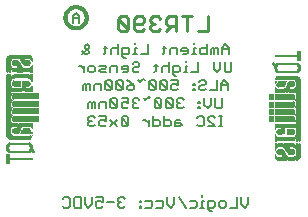
<source format=gbr>
G04 EAGLE Gerber RS-274X export*
G75*
%MOMM*%
%FSLAX34Y34*%
%LPD*%
%INSilkscreen Bottom*%
%IPPOS*%
%AMOC8*
5,1,8,0,0,1.08239X$1,22.5*%
G01*
%ADD10C,0.127000*%
%ADD11C,0.228600*%
%ADD12C,0.152400*%
%ADD13C,0.304800*%
%ADD14C,0.203200*%
%ADD15R,0.022863X0.462278*%
%ADD16R,0.022863X0.462281*%
%ADD17R,0.022863X0.436881*%
%ADD18R,0.023113X0.462278*%
%ADD19R,0.023113X0.462281*%
%ADD20R,0.023113X0.436881*%
%ADD21R,0.023116X0.462278*%
%ADD22R,0.023116X0.462281*%
%ADD23R,0.023116X0.436881*%
%ADD24R,0.023113X0.022863*%
%ADD25R,0.023116X0.091441*%
%ADD26R,0.023113X0.139700*%
%ADD27R,0.023116X0.185419*%
%ADD28R,0.023113X0.254000*%
%ADD29R,0.023113X0.299719*%
%ADD30R,0.023116X0.345438*%
%ADD31R,0.023113X0.391159*%
%ADD32R,0.023116X0.393700*%
%ADD33R,0.022863X0.325119*%
%ADD34R,0.022863X0.599438*%
%ADD35R,0.022863X0.622300*%
%ADD36R,0.022863X0.530859*%
%ADD37R,0.022863X0.439422*%
%ADD38R,0.022863X0.231138*%
%ADD39R,0.022863X0.071119*%
%ADD40R,0.022863X0.533400*%
%ADD41R,0.022863X0.208281*%
%ADD42R,0.023113X0.345441*%
%ADD43R,0.023113X0.576578*%
%ADD44R,0.023113X0.599438*%
%ADD45R,0.023113X0.508000*%
%ADD46R,0.023113X0.416563*%
%ADD47R,0.023113X0.208278*%
%ADD48R,0.023113X0.553722*%
%ADD49R,0.023113X0.208281*%
%ADD50R,0.023116X0.345441*%
%ADD51R,0.023116X0.530859*%
%ADD52R,0.023116X0.370841*%
%ADD53R,0.023116X0.162559*%
%ADD54R,0.023116X0.576581*%
%ADD55R,0.023116X0.208281*%
%ADD56R,0.023113X0.322578*%
%ADD57R,0.023113X0.485137*%
%ADD58R,0.023113X0.416559*%
%ADD59R,0.023113X0.347981*%
%ADD60R,0.023113X0.116838*%
%ADD61R,0.023113X0.647700*%
%ADD62R,0.023116X0.322581*%
%ADD63R,0.023116X0.485137*%
%ADD64R,0.023116X0.093978*%
%ADD65R,0.023116X0.231141*%
%ADD66R,0.023116X0.693419*%
%ADD67R,0.023113X0.322581*%
%ADD68R,0.023113X0.439419*%
%ADD69R,0.023113X0.370841*%
%ADD70R,0.023113X0.299722*%
%ADD71R,0.023113X0.045719*%
%ADD72R,0.023113X0.739138*%
%ADD73R,0.023113X0.414019*%
%ADD74R,0.023113X0.347978*%
%ADD75R,0.023113X0.762000*%
%ADD76R,0.023116X0.414019*%
%ADD77R,0.023116X0.182881*%
%ADD78R,0.023116X0.347978*%
%ADD79R,0.023116X0.276863*%
%ADD80R,0.023116X0.116841*%
%ADD81R,0.023116X0.276859*%
%ADD82R,0.023116X0.784863*%
%ADD83R,0.023113X0.325119*%
%ADD84R,0.023113X0.276863*%
%ADD85R,0.023113X0.276859*%
%ADD86R,0.023116X0.325119*%
%ADD87R,0.023116X0.391159*%
%ADD88R,0.023116X0.302259*%
%ADD89R,0.023116X0.254000*%
%ADD90R,0.023113X0.302259*%
%ADD91R,0.023113X0.393700*%
%ADD92R,0.023113X0.231141*%
%ADD93R,0.022863X0.302259*%
%ADD94R,0.022863X0.439419*%
%ADD95R,0.022863X0.368300*%
%ADD96R,0.022863X0.391159*%
%ADD97R,0.022863X0.416559*%
%ADD98R,0.022863X0.276863*%
%ADD99R,0.022863X0.205741*%
%ADD100R,0.023113X0.368300*%
%ADD101R,0.023113X0.205741*%
%ADD102R,0.023116X0.368300*%
%ADD103R,0.023116X0.205741*%
%ADD104R,0.023113X0.182881*%
%ADD105R,0.022863X0.276859*%
%ADD106R,0.022863X0.182881*%
%ADD107R,0.023113X0.924559*%
%ADD108R,0.023116X0.924559*%
%ADD109R,0.023113X0.901700*%
%ADD110R,0.023116X0.901700*%
%ADD111R,0.023113X0.878841*%
%ADD112R,0.023116X0.855981*%
%ADD113R,0.023113X0.833119*%
%ADD114R,0.022863X0.787400*%
%ADD115R,0.022863X0.414019*%
%ADD116R,0.022863X0.924559*%
%ADD117R,0.023113X0.739141*%
%ADD118R,0.023116X0.716281*%
%ADD119R,0.023116X0.299722*%
%ADD120R,0.023113X0.670559*%
%ADD121R,0.023116X0.647700*%
%ADD122R,0.023116X0.508000*%
%ADD123R,0.023116X0.299719*%
%ADD124R,0.023113X0.601981*%
%ADD125R,0.023113X0.530859*%
%ADD126R,0.023113X0.231138*%
%ADD127R,0.023113X0.556259*%
%ADD128R,0.023113X0.185419*%
%ADD129R,0.023116X0.533400*%
%ADD130R,0.023116X0.599438*%
%ADD131R,0.023116X0.416563*%
%ADD132R,0.023116X0.116838*%
%ADD133R,0.023113X0.485141*%
%ADD134R,0.023113X0.645159*%
%ADD135R,0.023113X0.716278*%
%ADD136R,0.022863X0.393700*%
%ADD137R,0.022863X0.762000*%
%ADD138R,0.022863X0.624841*%
%ADD139R,0.023113X0.784859*%
%ADD140R,0.023113X0.693422*%
%ADD141R,0.023116X0.830578*%
%ADD142R,0.023116X0.739141*%
%ADD143R,0.023113X0.876300*%
%ADD144R,0.023113X0.807722*%
%ADD145R,0.023116X0.899159*%
%ADD146R,0.023116X0.878841*%
%ADD147R,0.023113X0.922019*%
%ADD148R,0.023113X0.947419*%
%ADD149R,0.023116X0.970278*%
%ADD150R,0.023113X0.970278*%
%ADD151R,0.023116X0.439419*%
%ADD152R,0.022863X0.299722*%
%ADD153R,0.023116X0.416559*%
%ADD154R,0.023116X0.347981*%
%ADD155R,0.023113X0.137159*%
%ADD156R,0.023113X0.093978*%
%ADD157R,0.023113X0.091441*%
%ADD158R,0.023113X0.093981*%
%ADD159R,0.023113X0.114300*%
%ADD160R,0.023116X0.045719*%
%ADD161R,0.023116X0.045722*%
%ADD162R,0.023113X0.071119*%
%ADD163R,0.023113X0.116841*%
%ADD164R,0.023116X0.139700*%
%ADD165R,0.022863X0.322581*%
%ADD166R,0.022863X0.345441*%
%ADD167R,0.022863X0.162559*%
%ADD168R,0.022863X0.576581*%
%ADD169R,0.023113X0.668019*%
%ADD170R,0.023113X0.533400*%
%ADD171R,0.023116X1.455419*%
%ADD172R,0.023116X5.519419*%
%ADD173R,0.023113X1.455419*%
%ADD174R,0.023113X5.519419*%
%ADD175R,0.023116X5.494019*%
%ADD176R,0.023113X1.430019*%
%ADD177R,0.023113X5.494019*%
%ADD178R,0.023116X1.430019*%
%ADD179R,0.023116X5.471159*%
%ADD180R,0.023116X0.762000*%
%ADD181R,0.023113X1.407159*%
%ADD182R,0.023113X5.471159*%
%ADD183R,0.022863X1.384300*%
%ADD184R,0.022863X5.448300*%
%ADD185R,0.022863X0.716278*%
%ADD186R,0.022863X0.878841*%
%ADD187R,0.023113X1.361438*%
%ADD188R,0.023113X5.425438*%
%ADD189R,0.023116X1.338578*%
%ADD190R,0.023116X5.402578*%
%ADD191R,0.023116X0.624841*%
%ADD192R,0.023113X1.292859*%
%ADD193R,0.023113X5.356859*%
%ADD194R,0.023116X1.224278*%
%ADD195R,0.023116X5.288278*%


D10*
X206664Y13343D02*
X206664Y7411D01*
X203698Y4445D01*
X200732Y7411D01*
X200732Y13343D01*
X197309Y13343D02*
X197309Y4445D01*
X191377Y4445D01*
X186470Y4445D02*
X183505Y4445D01*
X182022Y5928D01*
X182022Y8894D01*
X183505Y10377D01*
X186470Y10377D01*
X187953Y8894D01*
X187953Y5928D01*
X186470Y4445D01*
X175632Y1479D02*
X174149Y1479D01*
X172666Y2962D01*
X172666Y10377D01*
X177115Y10377D01*
X178598Y8894D01*
X178598Y5928D01*
X177115Y4445D01*
X172666Y4445D01*
X169243Y10377D02*
X167760Y10377D01*
X167760Y4445D01*
X169243Y4445D02*
X166277Y4445D01*
X167760Y13343D02*
X167760Y14826D01*
X161523Y10377D02*
X157075Y10377D01*
X161523Y10377D02*
X163006Y8894D01*
X163006Y5928D01*
X161523Y4445D01*
X157075Y4445D01*
X153651Y4445D02*
X147719Y13343D01*
X144296Y13343D02*
X144296Y7411D01*
X141330Y4445D01*
X138364Y7411D01*
X138364Y13343D01*
X133458Y10377D02*
X129009Y10377D01*
X133458Y10377D02*
X134941Y8894D01*
X134941Y5928D01*
X133458Y4445D01*
X129009Y4445D01*
X124103Y10377D02*
X119654Y10377D01*
X124103Y10377D02*
X125585Y8894D01*
X125585Y5928D01*
X124103Y4445D01*
X119654Y4445D01*
X116230Y10377D02*
X114747Y10377D01*
X114747Y8894D01*
X116230Y8894D01*
X116230Y10377D01*
X116230Y5928D02*
X114747Y5928D01*
X114747Y4445D01*
X116230Y4445D01*
X116230Y5928D01*
X102198Y11860D02*
X100715Y13343D01*
X97749Y13343D01*
X96266Y11860D01*
X96266Y10377D01*
X97749Y8894D01*
X99232Y8894D01*
X97749Y8894D02*
X96266Y7411D01*
X96266Y5928D01*
X97749Y4445D01*
X100715Y4445D01*
X102198Y5928D01*
X92842Y8894D02*
X86911Y8894D01*
X83487Y13343D02*
X77555Y13343D01*
X83487Y13343D02*
X83487Y8894D01*
X80521Y10377D01*
X79038Y10377D01*
X77555Y8894D01*
X77555Y5928D01*
X79038Y4445D01*
X82004Y4445D01*
X83487Y5928D01*
X74132Y7411D02*
X74132Y13343D01*
X74132Y7411D02*
X71166Y4445D01*
X68200Y7411D01*
X68200Y13343D01*
X64777Y13343D02*
X64777Y4445D01*
X60328Y4445D01*
X58845Y5928D01*
X58845Y11860D01*
X60328Y13343D01*
X64777Y13343D01*
X50973Y13343D02*
X49490Y11860D01*
X50973Y13343D02*
X53939Y13343D01*
X55422Y11860D01*
X55422Y5928D01*
X53939Y4445D01*
X50973Y4445D01*
X49490Y5928D01*
D11*
X172902Y153797D02*
X172902Y166254D01*
X172902Y153797D02*
X164598Y153797D01*
X155185Y153797D02*
X155185Y166254D01*
X159337Y166254D02*
X151033Y166254D01*
X145772Y166254D02*
X145772Y153797D01*
X145772Y166254D02*
X139544Y166254D01*
X137468Y164178D01*
X137468Y160025D01*
X139544Y157949D01*
X145772Y157949D01*
X141620Y157949D02*
X137468Y153797D01*
X132207Y164178D02*
X130131Y166254D01*
X125979Y166254D01*
X123903Y164178D01*
X123903Y162101D01*
X125979Y160025D01*
X128055Y160025D01*
X125979Y160025D02*
X123903Y157949D01*
X123903Y155873D01*
X125979Y153797D01*
X130131Y153797D01*
X132207Y155873D01*
X118642Y155873D02*
X116566Y153797D01*
X112414Y153797D01*
X110338Y155873D01*
X110338Y164178D01*
X112414Y166254D01*
X116566Y166254D01*
X118642Y164178D01*
X118642Y162101D01*
X116566Y160025D01*
X110338Y160025D01*
X105077Y155873D02*
X105077Y164178D01*
X103001Y166254D01*
X98849Y166254D01*
X96773Y164178D01*
X96773Y155873D01*
X98849Y153797D01*
X103001Y153797D01*
X105077Y155873D01*
X96773Y164178D01*
D12*
X190165Y139874D02*
X190165Y134112D01*
X190165Y139874D02*
X187284Y142755D01*
X184403Y139874D01*
X184403Y134112D01*
X184403Y138434D02*
X190165Y138434D01*
X180810Y139874D02*
X180810Y134112D01*
X180810Y139874D02*
X179369Y139874D01*
X177929Y138434D01*
X177929Y134112D01*
X177929Y138434D02*
X176488Y139874D01*
X175048Y138434D01*
X175048Y134112D01*
X171455Y134112D02*
X171455Y142755D01*
X171455Y134112D02*
X167133Y134112D01*
X165693Y135553D01*
X165693Y138434D01*
X167133Y139874D01*
X171455Y139874D01*
X162100Y139874D02*
X160659Y139874D01*
X160659Y134112D01*
X159219Y134112D02*
X162100Y134112D01*
X160659Y142755D02*
X160659Y144196D01*
X154422Y134112D02*
X151541Y134112D01*
X154422Y134112D02*
X155863Y135553D01*
X155863Y138434D01*
X154422Y139874D01*
X151541Y139874D01*
X150101Y138434D01*
X150101Y136993D01*
X155863Y136993D01*
X146508Y134112D02*
X146508Y139874D01*
X142186Y139874D01*
X140745Y138434D01*
X140745Y134112D01*
X135712Y135553D02*
X135712Y141315D01*
X135712Y135553D02*
X134271Y134112D01*
X134271Y139874D02*
X137152Y139874D01*
X121561Y142755D02*
X121561Y134112D01*
X115798Y134112D01*
X112205Y139874D02*
X110765Y139874D01*
X110765Y134112D01*
X112205Y134112D02*
X109324Y134112D01*
X110765Y142755D02*
X110765Y144196D01*
X103087Y131231D02*
X101647Y131231D01*
X100206Y132671D01*
X100206Y139874D01*
X104528Y139874D01*
X105969Y138434D01*
X105969Y135553D01*
X104528Y134112D01*
X100206Y134112D01*
X96613Y134112D02*
X96613Y142755D01*
X95173Y139874D02*
X96613Y138434D01*
X95173Y139874D02*
X92292Y139874D01*
X90851Y138434D01*
X90851Y134112D01*
X85818Y135553D02*
X85818Y141315D01*
X85818Y135553D02*
X84377Y134112D01*
X84377Y139874D02*
X87258Y139874D01*
X68785Y134112D02*
X65904Y136993D01*
X68785Y134112D02*
X70226Y134112D01*
X71666Y135553D01*
X71666Y136993D01*
X68785Y139874D01*
X68785Y141315D01*
X70226Y142755D01*
X71666Y141315D01*
X71666Y139874D01*
X65904Y134112D01*
X192504Y127515D02*
X192504Y120313D01*
X191063Y118872D01*
X188182Y118872D01*
X186742Y120313D01*
X186742Y127515D01*
X183149Y127515D02*
X183149Y121753D01*
X180268Y118872D01*
X177387Y121753D01*
X177387Y127515D01*
X164438Y127515D02*
X164438Y118872D01*
X158676Y118872D01*
X155083Y124634D02*
X153643Y124634D01*
X153643Y118872D01*
X155083Y118872D02*
X152202Y118872D01*
X153643Y127515D02*
X153643Y128956D01*
X145965Y115991D02*
X144525Y115991D01*
X143084Y117431D01*
X143084Y124634D01*
X147406Y124634D01*
X148846Y123194D01*
X148846Y120313D01*
X147406Y118872D01*
X143084Y118872D01*
X139491Y118872D02*
X139491Y127515D01*
X138051Y124634D02*
X139491Y123194D01*
X138051Y124634D02*
X135170Y124634D01*
X133729Y123194D01*
X133729Y118872D01*
X128696Y120313D02*
X128696Y126075D01*
X128696Y120313D02*
X127255Y118872D01*
X127255Y124634D02*
X130136Y124634D01*
X110222Y127515D02*
X108782Y126075D01*
X110222Y127515D02*
X113104Y127515D01*
X114544Y126075D01*
X114544Y124634D01*
X113104Y123194D01*
X110222Y123194D01*
X108782Y121753D01*
X108782Y120313D01*
X110222Y118872D01*
X113104Y118872D01*
X114544Y120313D01*
X103748Y118872D02*
X100867Y118872D01*
X103748Y118872D02*
X105189Y120313D01*
X105189Y123194D01*
X103748Y124634D01*
X100867Y124634D01*
X99427Y123194D01*
X99427Y121753D01*
X105189Y121753D01*
X95834Y118872D02*
X95834Y124634D01*
X91512Y124634D01*
X90071Y123194D01*
X90071Y118872D01*
X86479Y118872D02*
X82157Y118872D01*
X80716Y120313D01*
X82157Y121753D01*
X85038Y121753D01*
X86479Y123194D01*
X85038Y124634D01*
X80716Y124634D01*
X75683Y118872D02*
X72802Y118872D01*
X71361Y120313D01*
X71361Y123194D01*
X72802Y124634D01*
X75683Y124634D01*
X77123Y123194D01*
X77123Y120313D01*
X75683Y118872D01*
X67768Y118872D02*
X67768Y124634D01*
X67768Y121753D02*
X64887Y124634D01*
X63446Y124634D01*
X189386Y109394D02*
X189386Y103632D01*
X189386Y109394D02*
X186504Y112275D01*
X183623Y109394D01*
X183623Y103632D01*
X183623Y107954D02*
X189386Y107954D01*
X180030Y112275D02*
X180030Y103632D01*
X174268Y103632D01*
X166354Y112275D02*
X164913Y110835D01*
X166354Y112275D02*
X169235Y112275D01*
X170675Y110835D01*
X170675Y109394D01*
X169235Y107954D01*
X166354Y107954D01*
X164913Y106513D01*
X164913Y105073D01*
X166354Y103632D01*
X169235Y103632D01*
X170675Y105073D01*
X161320Y109394D02*
X159879Y109394D01*
X159879Y107954D01*
X161320Y107954D01*
X161320Y109394D01*
X161320Y105073D02*
X159879Y105073D01*
X159879Y103632D01*
X161320Y103632D01*
X161320Y105073D01*
X147287Y112275D02*
X141525Y112275D01*
X147287Y112275D02*
X147287Y107954D01*
X144406Y109394D01*
X142966Y109394D01*
X141525Y107954D01*
X141525Y105073D01*
X142966Y103632D01*
X145847Y103632D01*
X147287Y105073D01*
X137932Y105073D02*
X137932Y110835D01*
X136491Y112275D01*
X133610Y112275D01*
X132170Y110835D01*
X132170Y105073D01*
X133610Y103632D01*
X136491Y103632D01*
X137932Y105073D01*
X132170Y110835D01*
X128577Y110835D02*
X128577Y105073D01*
X128577Y110835D02*
X127136Y112275D01*
X124255Y112275D01*
X122815Y110835D01*
X122815Y105073D01*
X124255Y103632D01*
X127136Y103632D01*
X128577Y105073D01*
X122815Y110835D01*
X119222Y112275D02*
X117781Y113716D01*
X114900Y110835D01*
X113459Y112275D01*
X106985Y110835D02*
X104104Y112275D01*
X106985Y110835D02*
X109866Y107954D01*
X109866Y105073D01*
X108426Y103632D01*
X105545Y103632D01*
X104104Y105073D01*
X104104Y106513D01*
X105545Y107954D01*
X109866Y107954D01*
X100511Y105073D02*
X100511Y110835D01*
X99071Y112275D01*
X96190Y112275D01*
X94749Y110835D01*
X94749Y105073D01*
X96190Y103632D01*
X99071Y103632D01*
X100511Y105073D01*
X94749Y110835D01*
X91156Y110835D02*
X91156Y105073D01*
X91156Y110835D02*
X89716Y112275D01*
X86834Y112275D01*
X85394Y110835D01*
X85394Y105073D01*
X86834Y103632D01*
X89716Y103632D01*
X91156Y105073D01*
X85394Y110835D01*
X81801Y109394D02*
X81801Y103632D01*
X81801Y109394D02*
X77479Y109394D01*
X76039Y107954D01*
X76039Y103632D01*
X72446Y103632D02*
X72446Y109394D01*
X71005Y109394D01*
X69565Y107954D01*
X69565Y103632D01*
X69565Y107954D02*
X68124Y109394D01*
X66683Y107954D01*
X66683Y103632D01*
X184708Y97035D02*
X184708Y89833D01*
X183267Y88392D01*
X180386Y88392D01*
X178946Y89833D01*
X178946Y97035D01*
X175353Y97035D02*
X175353Y91273D01*
X172472Y88392D01*
X169591Y91273D01*
X169591Y97035D01*
X165998Y94154D02*
X164557Y94154D01*
X164557Y92714D01*
X165998Y92714D01*
X165998Y94154D01*
X165998Y89833D02*
X164557Y89833D01*
X164557Y88392D01*
X165998Y88392D01*
X165998Y89833D01*
X151965Y95595D02*
X150524Y97035D01*
X147643Y97035D01*
X146203Y95595D01*
X146203Y94154D01*
X147643Y92714D01*
X149084Y92714D01*
X147643Y92714D02*
X146203Y91273D01*
X146203Y89833D01*
X147643Y88392D01*
X150524Y88392D01*
X151965Y89833D01*
X142610Y89833D02*
X142610Y95595D01*
X141169Y97035D01*
X138288Y97035D01*
X136847Y95595D01*
X136847Y89833D01*
X138288Y88392D01*
X141169Y88392D01*
X142610Y89833D01*
X136847Y95595D01*
X133254Y95595D02*
X133254Y89833D01*
X133254Y95595D02*
X131814Y97035D01*
X128933Y97035D01*
X127492Y95595D01*
X127492Y89833D01*
X128933Y88392D01*
X131814Y88392D01*
X133254Y89833D01*
X127492Y95595D01*
X123899Y97035D02*
X122459Y98476D01*
X119578Y95595D01*
X118137Y97035D01*
X114544Y95595D02*
X113104Y97035D01*
X110222Y97035D01*
X108782Y95595D01*
X108782Y94154D01*
X110222Y92714D01*
X111663Y92714D01*
X110222Y92714D02*
X108782Y91273D01*
X108782Y89833D01*
X110222Y88392D01*
X113104Y88392D01*
X114544Y89833D01*
X105189Y97035D02*
X99427Y97035D01*
X105189Y97035D02*
X105189Y92714D01*
X102308Y94154D01*
X100867Y94154D01*
X99427Y92714D01*
X99427Y89833D01*
X100867Y88392D01*
X103748Y88392D01*
X105189Y89833D01*
X95834Y89833D02*
X95834Y95595D01*
X94393Y97035D01*
X91512Y97035D01*
X90071Y95595D01*
X90071Y89833D01*
X91512Y88392D01*
X94393Y88392D01*
X95834Y89833D01*
X90071Y95595D01*
X86479Y94154D02*
X86479Y88392D01*
X86479Y94154D02*
X82157Y94154D01*
X80716Y92714D01*
X80716Y88392D01*
X77123Y88392D02*
X77123Y94154D01*
X75683Y94154D01*
X74242Y92714D01*
X74242Y88392D01*
X74242Y92714D02*
X72802Y94154D01*
X71361Y92714D01*
X71361Y88392D01*
X181827Y73152D02*
X184708Y73152D01*
X183267Y73152D02*
X183267Y81795D01*
X181827Y81795D02*
X184708Y81795D01*
X178471Y73152D02*
X172709Y73152D01*
X178471Y73152D02*
X172709Y78914D01*
X172709Y80355D01*
X174150Y81795D01*
X177031Y81795D01*
X178471Y80355D01*
X164794Y81795D02*
X163354Y80355D01*
X164794Y81795D02*
X167675Y81795D01*
X169116Y80355D01*
X169116Y74593D01*
X167675Y73152D01*
X164794Y73152D01*
X163354Y74593D01*
X148965Y78914D02*
X146084Y78914D01*
X144643Y77474D01*
X144643Y73152D01*
X148965Y73152D01*
X150406Y74593D01*
X148965Y76033D01*
X144643Y76033D01*
X135288Y73152D02*
X135288Y81795D01*
X135288Y73152D02*
X139610Y73152D01*
X141050Y74593D01*
X141050Y77474D01*
X139610Y78914D01*
X135288Y78914D01*
X125933Y81795D02*
X125933Y73152D01*
X130255Y73152D01*
X131695Y74593D01*
X131695Y77474D01*
X130255Y78914D01*
X125933Y78914D01*
X122340Y78914D02*
X122340Y73152D01*
X122340Y76033D02*
X119459Y78914D01*
X118018Y78914D01*
X105189Y80355D02*
X105189Y74593D01*
X105189Y80355D02*
X103748Y81795D01*
X100867Y81795D01*
X99427Y80355D01*
X99427Y74593D01*
X100867Y73152D01*
X103748Y73152D01*
X105189Y74593D01*
X99427Y80355D01*
X95834Y78914D02*
X90071Y73152D01*
X90071Y78914D02*
X95834Y73152D01*
X86479Y81795D02*
X80716Y81795D01*
X86479Y81795D02*
X86479Y77474D01*
X83597Y78914D01*
X82157Y78914D01*
X80716Y77474D01*
X80716Y74593D01*
X82157Y73152D01*
X85038Y73152D01*
X86479Y74593D01*
X77123Y80355D02*
X75683Y81795D01*
X72802Y81795D01*
X71361Y80355D01*
X71361Y78914D01*
X72802Y77474D01*
X74242Y77474D01*
X72802Y77474D02*
X71361Y76033D01*
X71361Y74593D01*
X72802Y73152D01*
X75683Y73152D01*
X77123Y74593D01*
D13*
X51980Y165100D02*
X51983Y165320D01*
X51991Y165541D01*
X52004Y165761D01*
X52023Y165980D01*
X52048Y166199D01*
X52077Y166418D01*
X52112Y166635D01*
X52153Y166852D01*
X52198Y167068D01*
X52249Y167282D01*
X52305Y167495D01*
X52367Y167707D01*
X52433Y167917D01*
X52505Y168125D01*
X52582Y168332D01*
X52664Y168536D01*
X52750Y168739D01*
X52842Y168939D01*
X52939Y169138D01*
X53040Y169333D01*
X53147Y169526D01*
X53258Y169717D01*
X53373Y169904D01*
X53493Y170089D01*
X53618Y170271D01*
X53747Y170449D01*
X53881Y170625D01*
X54018Y170797D01*
X54160Y170965D01*
X54306Y171131D01*
X54456Y171292D01*
X54610Y171450D01*
X54768Y171604D01*
X54929Y171754D01*
X55095Y171900D01*
X55263Y172042D01*
X55435Y172179D01*
X55611Y172313D01*
X55789Y172442D01*
X55971Y172567D01*
X56156Y172687D01*
X56343Y172802D01*
X56534Y172913D01*
X56727Y173020D01*
X56922Y173121D01*
X57121Y173218D01*
X57321Y173310D01*
X57524Y173396D01*
X57728Y173478D01*
X57935Y173555D01*
X58143Y173627D01*
X58353Y173693D01*
X58565Y173755D01*
X58778Y173811D01*
X58992Y173862D01*
X59208Y173907D01*
X59425Y173948D01*
X59642Y173983D01*
X59861Y174012D01*
X60080Y174037D01*
X60299Y174056D01*
X60519Y174069D01*
X60740Y174077D01*
X60960Y174080D01*
X61180Y174077D01*
X61401Y174069D01*
X61621Y174056D01*
X61840Y174037D01*
X62059Y174012D01*
X62278Y173983D01*
X62495Y173948D01*
X62712Y173907D01*
X62928Y173862D01*
X63142Y173811D01*
X63355Y173755D01*
X63567Y173693D01*
X63777Y173627D01*
X63985Y173555D01*
X64192Y173478D01*
X64396Y173396D01*
X64599Y173310D01*
X64799Y173218D01*
X64998Y173121D01*
X65193Y173020D01*
X65386Y172913D01*
X65577Y172802D01*
X65764Y172687D01*
X65949Y172567D01*
X66131Y172442D01*
X66309Y172313D01*
X66485Y172179D01*
X66657Y172042D01*
X66825Y171900D01*
X66991Y171754D01*
X67152Y171604D01*
X67310Y171450D01*
X67464Y171292D01*
X67614Y171131D01*
X67760Y170965D01*
X67902Y170797D01*
X68039Y170625D01*
X68173Y170449D01*
X68302Y170271D01*
X68427Y170089D01*
X68547Y169904D01*
X68662Y169717D01*
X68773Y169526D01*
X68880Y169333D01*
X68981Y169138D01*
X69078Y168939D01*
X69170Y168739D01*
X69256Y168536D01*
X69338Y168332D01*
X69415Y168125D01*
X69487Y167917D01*
X69553Y167707D01*
X69615Y167495D01*
X69671Y167282D01*
X69722Y167068D01*
X69767Y166852D01*
X69808Y166635D01*
X69843Y166418D01*
X69872Y166199D01*
X69897Y165980D01*
X69916Y165761D01*
X69929Y165541D01*
X69937Y165320D01*
X69940Y165100D01*
X69937Y164880D01*
X69929Y164659D01*
X69916Y164439D01*
X69897Y164220D01*
X69872Y164001D01*
X69843Y163782D01*
X69808Y163565D01*
X69767Y163348D01*
X69722Y163132D01*
X69671Y162918D01*
X69615Y162705D01*
X69553Y162493D01*
X69487Y162283D01*
X69415Y162075D01*
X69338Y161868D01*
X69256Y161664D01*
X69170Y161461D01*
X69078Y161261D01*
X68981Y161062D01*
X68880Y160867D01*
X68773Y160674D01*
X68662Y160483D01*
X68547Y160296D01*
X68427Y160111D01*
X68302Y159929D01*
X68173Y159751D01*
X68039Y159575D01*
X67902Y159403D01*
X67760Y159235D01*
X67614Y159069D01*
X67464Y158908D01*
X67310Y158750D01*
X67152Y158596D01*
X66991Y158446D01*
X66825Y158300D01*
X66657Y158158D01*
X66485Y158021D01*
X66309Y157887D01*
X66131Y157758D01*
X65949Y157633D01*
X65764Y157513D01*
X65577Y157398D01*
X65386Y157287D01*
X65193Y157180D01*
X64998Y157079D01*
X64799Y156982D01*
X64599Y156890D01*
X64396Y156804D01*
X64192Y156722D01*
X63985Y156645D01*
X63777Y156573D01*
X63567Y156507D01*
X63355Y156445D01*
X63142Y156389D01*
X62928Y156338D01*
X62712Y156293D01*
X62495Y156252D01*
X62278Y156217D01*
X62059Y156188D01*
X61840Y156163D01*
X61621Y156144D01*
X61401Y156131D01*
X61180Y156123D01*
X60960Y156120D01*
X60740Y156123D01*
X60519Y156131D01*
X60299Y156144D01*
X60080Y156163D01*
X59861Y156188D01*
X59642Y156217D01*
X59425Y156252D01*
X59208Y156293D01*
X58992Y156338D01*
X58778Y156389D01*
X58565Y156445D01*
X58353Y156507D01*
X58143Y156573D01*
X57935Y156645D01*
X57728Y156722D01*
X57524Y156804D01*
X57321Y156890D01*
X57121Y156982D01*
X56922Y157079D01*
X56727Y157180D01*
X56534Y157287D01*
X56343Y157398D01*
X56156Y157513D01*
X55971Y157633D01*
X55789Y157758D01*
X55611Y157887D01*
X55435Y158021D01*
X55263Y158158D01*
X55095Y158300D01*
X54929Y158446D01*
X54768Y158596D01*
X54610Y158750D01*
X54456Y158908D01*
X54306Y159069D01*
X54160Y159235D01*
X54018Y159403D01*
X53881Y159575D01*
X53747Y159751D01*
X53618Y159929D01*
X53493Y160111D01*
X53373Y160296D01*
X53258Y160483D01*
X53147Y160674D01*
X53040Y160867D01*
X52939Y161062D01*
X52842Y161261D01*
X52750Y161461D01*
X52664Y161664D01*
X52582Y161868D01*
X52505Y162075D01*
X52433Y162283D01*
X52367Y162493D01*
X52305Y162705D01*
X52249Y162918D01*
X52198Y163132D01*
X52153Y163348D01*
X52112Y163565D01*
X52077Y163782D01*
X52048Y164001D01*
X52023Y164220D01*
X52004Y164439D01*
X51991Y164659D01*
X51983Y164880D01*
X51980Y165100D01*
D14*
X63500Y166459D02*
X63500Y161036D01*
X63500Y166459D02*
X60788Y169171D01*
X58077Y166459D01*
X58077Y161036D01*
X58077Y165103D02*
X63500Y165103D01*
D15*
X224790Y79197D03*
D16*
X224790Y85446D03*
X224790Y91669D03*
D17*
X224790Y98019D03*
D18*
X225020Y79197D03*
D19*
X225020Y85446D03*
X225020Y91669D03*
D20*
X225020Y98019D03*
D21*
X225251Y79197D03*
D22*
X225251Y85446D03*
X225251Y91669D03*
D23*
X225251Y98019D03*
D18*
X225482Y79197D03*
D19*
X225482Y85446D03*
X225482Y91669D03*
D20*
X225482Y98019D03*
D21*
X225713Y79197D03*
D22*
X225713Y85446D03*
X225713Y91669D03*
D23*
X225713Y98019D03*
D18*
X225944Y79197D03*
D19*
X225944Y85446D03*
X225944Y91669D03*
D20*
X225944Y98019D03*
D18*
X226176Y79197D03*
D19*
X226176Y85446D03*
X226176Y91669D03*
D20*
X226176Y98019D03*
D21*
X226407Y79197D03*
D22*
X226407Y85446D03*
X226407Y91669D03*
D23*
X226407Y98019D03*
D18*
X226638Y79197D03*
D19*
X226638Y85446D03*
X226638Y91669D03*
D20*
X226638Y98019D03*
D21*
X226869Y79197D03*
D22*
X226869Y85446D03*
X226869Y91669D03*
D23*
X226869Y98019D03*
D18*
X227100Y79197D03*
D19*
X227100Y85446D03*
X227100Y91669D03*
D20*
X227100Y98019D03*
D15*
X227330Y79197D03*
D16*
X227330Y85446D03*
X227330Y91669D03*
D17*
X227330Y98019D03*
D18*
X227560Y79197D03*
D19*
X227560Y85446D03*
X227560Y91669D03*
D20*
X227560Y98019D03*
D24*
X227560Y126429D03*
D21*
X227791Y79197D03*
D22*
X227791Y85446D03*
X227791Y91669D03*
D23*
X227791Y98019D03*
D25*
X227791Y126314D03*
D18*
X228022Y79197D03*
D19*
X228022Y85446D03*
X228022Y91669D03*
D20*
X228022Y98019D03*
D26*
X228022Y126073D03*
D21*
X228253Y79197D03*
D22*
X228253Y85446D03*
X228253Y91669D03*
D23*
X228253Y98019D03*
D27*
X228253Y126073D03*
D18*
X228484Y79197D03*
D19*
X228484Y85446D03*
X228484Y91669D03*
D20*
X228484Y98019D03*
D28*
X228484Y125959D03*
D18*
X228716Y79197D03*
D19*
X228716Y85446D03*
X228716Y91669D03*
D20*
X228716Y98019D03*
D29*
X228716Y125730D03*
D21*
X228947Y79197D03*
D22*
X228947Y85446D03*
X228947Y91669D03*
D23*
X228947Y98019D03*
D30*
X228947Y125730D03*
D31*
X229178Y125501D03*
D32*
X229409Y125032D03*
D18*
X229640Y124003D03*
D33*
X229870Y48031D03*
D34*
X229870Y55880D03*
D35*
X229870Y63614D03*
D36*
X229870Y72631D03*
D15*
X229870Y79197D03*
D16*
X229870Y85446D03*
X229870Y91669D03*
D17*
X229870Y98019D03*
D37*
X229870Y104254D03*
D38*
X229870Y109919D03*
D39*
X229870Y113030D03*
D40*
X229870Y123190D03*
D41*
X229870Y132436D03*
D42*
X230100Y47676D03*
D43*
X230100Y55994D03*
D44*
X230100Y63500D03*
D45*
X230100Y72746D03*
D18*
X230100Y79197D03*
D19*
X230100Y85446D03*
X230100Y91669D03*
D20*
X230100Y98019D03*
D46*
X230100Y104140D03*
D47*
X230100Y110033D03*
D26*
X230100Y113373D03*
D48*
X230100Y122606D03*
D49*
X230100Y132436D03*
D50*
X230331Y47219D03*
D51*
X230331Y56223D03*
X230331Y63157D03*
D21*
X230331Y72974D03*
X230331Y79197D03*
D22*
X230331Y85446D03*
X230331Y91669D03*
D23*
X230331Y98019D03*
D52*
X230331Y103911D03*
D53*
X230331Y110261D03*
D27*
X230331Y113602D03*
D54*
X230331Y122492D03*
D55*
X230331Y132436D03*
D56*
X230562Y46876D03*
D57*
X230562Y56452D03*
D45*
X230562Y63043D03*
D58*
X230562Y73203D03*
D18*
X230562Y79197D03*
D19*
X230562Y85446D03*
X230562Y91669D03*
D20*
X230562Y98019D03*
D59*
X230562Y103797D03*
D60*
X230562Y110490D03*
D47*
X230562Y113716D03*
D61*
X230562Y122619D03*
D49*
X230562Y132436D03*
D62*
X230793Y46647D03*
D21*
X230793Y56566D03*
D63*
X230793Y62929D03*
D32*
X230793Y73317D03*
D21*
X230793Y79197D03*
D22*
X230793Y85446D03*
X230793Y91669D03*
D23*
X230793Y98019D03*
D62*
X230793Y103670D03*
D64*
X230793Y110604D03*
D65*
X230793Y113830D03*
D66*
X230793Y122619D03*
D55*
X230793Y132436D03*
D67*
X231024Y46419D03*
D68*
X231024Y56680D03*
D18*
X231024Y62814D03*
D69*
X231024Y73431D03*
D18*
X231024Y79197D03*
D19*
X231024Y85446D03*
X231024Y91669D03*
D20*
X231024Y98019D03*
D70*
X231024Y103556D03*
D71*
X231024Y110846D03*
D28*
X231024Y113944D03*
D72*
X231024Y122619D03*
D49*
X231024Y132436D03*
D67*
X231256Y46190D03*
D73*
X231256Y56807D03*
D68*
X231256Y62700D03*
D74*
X231256Y73546D03*
D18*
X231256Y79197D03*
D19*
X231256Y85446D03*
X231256Y91669D03*
D20*
X231256Y98019D03*
D70*
X231256Y103556D03*
D28*
X231256Y113944D03*
D75*
X231256Y122504D03*
D49*
X231256Y132436D03*
D62*
X231487Y46190D03*
D65*
X231487Y51270D03*
D76*
X231487Y56807D03*
X231487Y62573D03*
D77*
X231487Y68351D03*
D78*
X231487Y73546D03*
D21*
X231487Y79197D03*
D22*
X231487Y85446D03*
X231487Y91669D03*
D23*
X231487Y98019D03*
D79*
X231487Y103442D03*
D80*
X231487Y108179D03*
D81*
X231487Y114059D03*
D82*
X231487Y122619D03*
D55*
X231487Y132436D03*
D83*
X231718Y45949D03*
D67*
X231718Y51270D03*
D31*
X231718Y56921D03*
D73*
X231718Y62573D03*
D83*
X231718Y68351D03*
X231718Y73660D03*
D18*
X231718Y79197D03*
D19*
X231718Y85446D03*
X231718Y91669D03*
D20*
X231718Y98019D03*
D84*
X231718Y103442D03*
D85*
X231718Y108293D03*
X231718Y114059D03*
D84*
X231718Y120079D03*
D85*
X231718Y125387D03*
D49*
X231718Y132436D03*
D86*
X231949Y45949D03*
D52*
X231949Y51257D03*
D87*
X231949Y56921D03*
D76*
X231949Y62573D03*
D52*
X231949Y68351D03*
D86*
X231949Y73660D03*
D21*
X231949Y79197D03*
D22*
X231949Y85446D03*
X231949Y91669D03*
D23*
X231949Y98019D03*
D79*
X231949Y103442D03*
D50*
X231949Y108407D03*
D88*
X231949Y114186D03*
D89*
X231949Y119736D03*
D65*
X231949Y125616D03*
D55*
X231949Y132436D03*
D83*
X232180Y45949D03*
D58*
X232180Y51257D03*
D31*
X232180Y56921D03*
X232180Y62459D03*
D58*
X232180Y68351D03*
D90*
X232180Y73774D03*
D18*
X232180Y79197D03*
D19*
X232180Y85446D03*
X232180Y91669D03*
D20*
X232180Y98019D03*
D84*
X232180Y103442D03*
D91*
X232180Y108649D03*
D90*
X232180Y114186D03*
D92*
X232180Y119621D03*
D49*
X232180Y125730D03*
X232180Y132436D03*
D93*
X232410Y45834D03*
D94*
X232410Y51143D03*
D95*
X232410Y57036D03*
D96*
X232410Y62459D03*
D97*
X232410Y68351D03*
D93*
X232410Y73774D03*
D15*
X232410Y79197D03*
D16*
X232410Y85446D03*
X232410Y91669D03*
D17*
X232410Y98019D03*
D98*
X232410Y103442D03*
D94*
X232410Y108649D03*
D93*
X232410Y114186D03*
D99*
X232410Y119494D03*
D41*
X232410Y125730D03*
X232410Y132436D03*
D90*
X232640Y45834D03*
D18*
X232640Y51257D03*
D100*
X232640Y57036D03*
D31*
X232640Y62459D03*
D19*
X232640Y68351D03*
D90*
X232640Y73774D03*
D18*
X232640Y79197D03*
D19*
X232640Y85446D03*
X232640Y91669D03*
D20*
X232640Y98019D03*
D84*
X232640Y103442D03*
D18*
X232640Y108763D03*
D90*
X232640Y114186D03*
D101*
X232640Y119494D03*
D49*
X232640Y125959D03*
X232640Y132436D03*
D88*
X232871Y45834D03*
D21*
X232871Y51257D03*
D102*
X232871Y57036D03*
D87*
X232871Y62459D03*
D22*
X232871Y68351D03*
D88*
X232871Y73774D03*
D21*
X232871Y79197D03*
D22*
X232871Y85446D03*
X232871Y91669D03*
D23*
X232871Y98019D03*
D79*
X232871Y103442D03*
D21*
X232871Y108763D03*
D88*
X232871Y114186D03*
D103*
X232871Y119494D03*
D55*
X232871Y125959D03*
X232871Y132436D03*
D90*
X233102Y45834D03*
D18*
X233102Y51257D03*
D100*
X233102Y57036D03*
X233102Y62344D03*
D19*
X233102Y68351D03*
D90*
X233102Y73774D03*
D18*
X233102Y79197D03*
D19*
X233102Y85446D03*
X233102Y91669D03*
D20*
X233102Y98019D03*
D84*
X233102Y103442D03*
D18*
X233102Y108763D03*
D90*
X233102Y114186D03*
D101*
X233102Y119494D03*
D49*
X233102Y125959D03*
X233102Y132436D03*
D88*
X233333Y45834D03*
D21*
X233333Y51257D03*
D102*
X233333Y57036D03*
X233333Y62344D03*
D22*
X233333Y68351D03*
D88*
X233333Y73774D03*
D21*
X233333Y79197D03*
D22*
X233333Y85446D03*
X233333Y91669D03*
D23*
X233333Y98019D03*
D79*
X233333Y103442D03*
D21*
X233333Y108763D03*
D88*
X233333Y114186D03*
D77*
X233333Y119380D03*
D55*
X233333Y125959D03*
X233333Y132436D03*
D90*
X233564Y45834D03*
D18*
X233564Y51257D03*
D100*
X233564Y57036D03*
X233564Y62344D03*
D19*
X233564Y68351D03*
D90*
X233564Y73774D03*
D18*
X233564Y79197D03*
D19*
X233564Y85446D03*
X233564Y91669D03*
D20*
X233564Y98019D03*
D84*
X233564Y103442D03*
D18*
X233564Y108763D03*
D90*
X233564Y114186D03*
D104*
X233564Y119380D03*
D49*
X233564Y125959D03*
X233564Y132436D03*
D90*
X233796Y45834D03*
D18*
X233796Y51257D03*
D100*
X233796Y57036D03*
X233796Y62344D03*
D19*
X233796Y68351D03*
D85*
X233796Y73901D03*
D18*
X233796Y79197D03*
D19*
X233796Y85446D03*
X233796Y91669D03*
D20*
X233796Y98019D03*
D84*
X233796Y103442D03*
D18*
X233796Y108763D03*
D90*
X233796Y114186D03*
D104*
X233796Y119380D03*
D49*
X233796Y125959D03*
X233796Y132436D03*
D88*
X234027Y45834D03*
D21*
X234027Y51257D03*
D102*
X234027Y57036D03*
X234027Y62344D03*
D22*
X234027Y68351D03*
D81*
X234027Y73901D03*
D21*
X234027Y79197D03*
D22*
X234027Y85446D03*
X234027Y91669D03*
D23*
X234027Y98019D03*
D79*
X234027Y103442D03*
D21*
X234027Y108763D03*
D88*
X234027Y114186D03*
D77*
X234027Y119380D03*
D55*
X234027Y125959D03*
X234027Y132436D03*
D90*
X234258Y45834D03*
D18*
X234258Y51257D03*
D100*
X234258Y57036D03*
X234258Y62344D03*
D19*
X234258Y68351D03*
D85*
X234258Y73901D03*
D18*
X234258Y79197D03*
D19*
X234258Y85446D03*
X234258Y91669D03*
D20*
X234258Y98019D03*
D84*
X234258Y103442D03*
D18*
X234258Y108763D03*
D90*
X234258Y114186D03*
D104*
X234258Y119380D03*
D49*
X234258Y125959D03*
X234258Y132436D03*
D88*
X234489Y45834D03*
D21*
X234489Y51257D03*
D102*
X234489Y57036D03*
X234489Y62344D03*
D22*
X234489Y68351D03*
D81*
X234489Y73901D03*
D21*
X234489Y79197D03*
D22*
X234489Y85446D03*
X234489Y91669D03*
D23*
X234489Y98019D03*
D79*
X234489Y103442D03*
D21*
X234489Y108763D03*
D88*
X234489Y114186D03*
D77*
X234489Y119380D03*
D55*
X234489Y125959D03*
X234489Y132436D03*
D90*
X234720Y45834D03*
D18*
X234720Y51257D03*
D100*
X234720Y57036D03*
X234720Y62344D03*
D19*
X234720Y68351D03*
D85*
X234720Y73901D03*
D18*
X234720Y79197D03*
D19*
X234720Y85446D03*
X234720Y91669D03*
D20*
X234720Y98019D03*
D84*
X234720Y103442D03*
D18*
X234720Y108763D03*
D90*
X234720Y114186D03*
D104*
X234720Y119380D03*
D49*
X234720Y125959D03*
X234720Y132436D03*
D93*
X234950Y45834D03*
D15*
X234950Y51257D03*
D95*
X234950Y57036D03*
X234950Y62344D03*
D16*
X234950Y68351D03*
D105*
X234950Y73901D03*
D15*
X234950Y79197D03*
D16*
X234950Y85446D03*
X234950Y91669D03*
D17*
X234950Y98019D03*
D98*
X234950Y103442D03*
D15*
X234950Y108763D03*
D93*
X234950Y114186D03*
D106*
X234950Y119380D03*
D41*
X234950Y125959D03*
X234950Y132436D03*
D90*
X235180Y45834D03*
D18*
X235180Y51257D03*
D100*
X235180Y57036D03*
X235180Y62344D03*
D19*
X235180Y68351D03*
D85*
X235180Y73901D03*
D18*
X235180Y79197D03*
D19*
X235180Y85446D03*
X235180Y91669D03*
D20*
X235180Y98019D03*
D84*
X235180Y103442D03*
D18*
X235180Y108763D03*
D90*
X235180Y114186D03*
D104*
X235180Y119380D03*
D49*
X235180Y125959D03*
X235180Y132436D03*
D88*
X235411Y45834D03*
D21*
X235411Y51257D03*
D102*
X235411Y57036D03*
X235411Y62344D03*
D22*
X235411Y68351D03*
D81*
X235411Y73901D03*
D21*
X235411Y79197D03*
D22*
X235411Y85446D03*
X235411Y91669D03*
D23*
X235411Y98019D03*
D79*
X235411Y103442D03*
D21*
X235411Y108763D03*
D88*
X235411Y114186D03*
D77*
X235411Y119380D03*
D55*
X235411Y125959D03*
X235411Y132436D03*
D90*
X235642Y45834D03*
D18*
X235642Y51257D03*
D100*
X235642Y57036D03*
X235642Y62344D03*
D107*
X235642Y70663D03*
D18*
X235642Y79197D03*
D19*
X235642Y85446D03*
X235642Y91669D03*
D20*
X235642Y98019D03*
D84*
X235642Y103442D03*
D18*
X235642Y108763D03*
D90*
X235642Y114186D03*
D104*
X235642Y119380D03*
D49*
X235642Y125959D03*
X235642Y132436D03*
D88*
X235873Y45834D03*
D21*
X235873Y51257D03*
D102*
X235873Y57036D03*
X235873Y62344D03*
D108*
X235873Y70663D03*
D21*
X235873Y79197D03*
D22*
X235873Y85446D03*
X235873Y91669D03*
D23*
X235873Y98019D03*
D79*
X235873Y103442D03*
D21*
X235873Y108763D03*
D88*
X235873Y114186D03*
D77*
X235873Y119380D03*
D55*
X235873Y125959D03*
X235873Y132436D03*
D90*
X236104Y45834D03*
D68*
X236104Y51143D03*
D100*
X236104Y57036D03*
X236104Y62344D03*
D107*
X236104Y70663D03*
D18*
X236104Y79197D03*
D19*
X236104Y85446D03*
X236104Y91669D03*
D20*
X236104Y98019D03*
D84*
X236104Y103442D03*
D18*
X236104Y108763D03*
D90*
X236104Y114186D03*
D104*
X236104Y119380D03*
D49*
X236104Y125959D03*
X236104Y132436D03*
D109*
X236336Y48832D03*
D100*
X236336Y57036D03*
X236336Y62344D03*
D107*
X236336Y70663D03*
D18*
X236336Y79197D03*
D19*
X236336Y85446D03*
X236336Y91669D03*
D20*
X236336Y98019D03*
D84*
X236336Y103442D03*
D18*
X236336Y108763D03*
D90*
X236336Y114186D03*
D104*
X236336Y119380D03*
D49*
X236336Y125959D03*
X236336Y132436D03*
D110*
X236567Y48832D03*
D102*
X236567Y57036D03*
X236567Y62344D03*
D108*
X236567Y70663D03*
D21*
X236567Y79197D03*
D22*
X236567Y85446D03*
X236567Y91669D03*
D23*
X236567Y98019D03*
D79*
X236567Y103442D03*
D21*
X236567Y108763D03*
D88*
X236567Y114186D03*
D77*
X236567Y119380D03*
D55*
X236567Y125959D03*
X236567Y132436D03*
D111*
X236798Y48717D03*
D31*
X236798Y56921D03*
D100*
X236798Y62344D03*
D107*
X236798Y70663D03*
D18*
X236798Y79197D03*
D19*
X236798Y85446D03*
X236798Y91669D03*
D20*
X236798Y98019D03*
D84*
X236798Y103442D03*
D18*
X236798Y108763D03*
D90*
X236798Y114186D03*
D104*
X236798Y119380D03*
D49*
X236798Y125959D03*
X236798Y132436D03*
D112*
X237029Y48603D03*
D87*
X237029Y56921D03*
D102*
X237029Y62344D03*
D108*
X237029Y70663D03*
D21*
X237029Y79197D03*
D22*
X237029Y85446D03*
X237029Y91669D03*
D23*
X237029Y98019D03*
D79*
X237029Y103442D03*
D21*
X237029Y108763D03*
D88*
X237029Y114186D03*
D77*
X237029Y119380D03*
D55*
X237029Y125959D03*
X237029Y132436D03*
D113*
X237260Y48489D03*
D73*
X237260Y56807D03*
D100*
X237260Y62344D03*
D107*
X237260Y70663D03*
D18*
X237260Y79197D03*
D19*
X237260Y85446D03*
X237260Y91669D03*
D20*
X237260Y98019D03*
D84*
X237260Y103442D03*
D68*
X237260Y108877D03*
D90*
X237260Y114186D03*
D104*
X237260Y119380D03*
D49*
X237260Y125959D03*
X237260Y132436D03*
D114*
X237490Y48260D03*
D115*
X237490Y56807D03*
D95*
X237490Y62344D03*
D116*
X237490Y70663D03*
D15*
X237490Y79197D03*
D16*
X237490Y85446D03*
X237490Y91669D03*
D17*
X237490Y98019D03*
D98*
X237490Y103442D03*
D94*
X237490Y108877D03*
D93*
X237490Y114186D03*
D106*
X237490Y119380D03*
D41*
X237490Y125959D03*
X237490Y132436D03*
D117*
X237720Y48019D03*
D68*
X237720Y56680D03*
D100*
X237720Y62344D03*
D107*
X237720Y70663D03*
D18*
X237720Y79197D03*
D19*
X237720Y85446D03*
X237720Y91669D03*
D20*
X237720Y98019D03*
D70*
X237720Y103556D03*
D58*
X237720Y108991D03*
D90*
X237720Y114186D03*
D104*
X237720Y119380D03*
D49*
X237720Y125959D03*
X237720Y132436D03*
D118*
X237951Y47904D03*
D21*
X237951Y56566D03*
D102*
X237951Y62344D03*
D108*
X237951Y70663D03*
D21*
X237951Y79197D03*
D22*
X237951Y85446D03*
X237951Y91669D03*
D23*
X237951Y98019D03*
D119*
X237951Y103556D03*
D32*
X237951Y109106D03*
D88*
X237951Y114186D03*
D77*
X237951Y119380D03*
D55*
X237951Y125959D03*
X237951Y132436D03*
D120*
X238182Y47676D03*
D57*
X238182Y56452D03*
D100*
X238182Y62344D03*
D107*
X238182Y70663D03*
D18*
X238182Y79197D03*
D19*
X238182Y85446D03*
X238182Y91669D03*
D20*
X238182Y98019D03*
D67*
X238182Y103670D03*
D74*
X238182Y109334D03*
D90*
X238182Y114186D03*
D104*
X238182Y119380D03*
D49*
X238182Y125959D03*
X238182Y132436D03*
D121*
X238413Y47562D03*
D122*
X238413Y56337D03*
D102*
X238413Y62344D03*
D81*
X238413Y73901D03*
D21*
X238413Y79197D03*
D22*
X238413Y85446D03*
X238413Y91669D03*
D23*
X238413Y98019D03*
D62*
X238413Y103670D03*
D123*
X238413Y109576D03*
D88*
X238413Y114186D03*
D77*
X238413Y119380D03*
D55*
X238413Y125959D03*
X238413Y132436D03*
D124*
X238644Y47333D03*
D125*
X238644Y56223D03*
D100*
X238644Y62344D03*
D85*
X238644Y73901D03*
D18*
X238644Y79197D03*
D19*
X238644Y85446D03*
X238644Y91669D03*
D20*
X238644Y98019D03*
D59*
X238644Y103797D03*
D126*
X238644Y109919D03*
D90*
X238644Y114186D03*
D104*
X238644Y119380D03*
D49*
X238644Y125959D03*
X238644Y132436D03*
D127*
X238876Y47104D03*
D43*
X238876Y55994D03*
D100*
X238876Y62344D03*
D85*
X238876Y73901D03*
D18*
X238876Y79197D03*
D19*
X238876Y85446D03*
X238876Y91669D03*
D20*
X238876Y98019D03*
D69*
X238876Y103911D03*
D128*
X238876Y110147D03*
D90*
X238876Y114186D03*
D104*
X238876Y119380D03*
D49*
X238876Y125959D03*
X238876Y132436D03*
D129*
X239107Y46990D03*
D130*
X239107Y55880D03*
D102*
X239107Y62344D03*
D81*
X239107Y73901D03*
D21*
X239107Y79197D03*
D22*
X239107Y85446D03*
X239107Y91669D03*
D23*
X239107Y98019D03*
D131*
X239107Y104140D03*
D132*
X239107Y110490D03*
D88*
X239107Y114186D03*
D77*
X239107Y119380D03*
D55*
X239107Y125959D03*
X239107Y132436D03*
D133*
X239338Y46749D03*
D134*
X239338Y55651D03*
D100*
X239338Y62344D03*
D85*
X239338Y73901D03*
D18*
X239338Y79197D03*
D19*
X239338Y85446D03*
X239338Y91669D03*
D20*
X239338Y98019D03*
D19*
X239338Y104369D03*
D71*
X239338Y110846D03*
D90*
X239338Y114186D03*
D104*
X239338Y119380D03*
D49*
X239338Y125959D03*
X239338Y132436D03*
D22*
X239569Y46634D03*
D66*
X239569Y55410D03*
D102*
X239569Y62344D03*
D81*
X239569Y73901D03*
D21*
X239569Y79197D03*
D22*
X239569Y85446D03*
X239569Y91669D03*
D23*
X239569Y98019D03*
D122*
X239569Y104597D03*
D88*
X239569Y114186D03*
D77*
X239569Y119380D03*
D55*
X239569Y125959D03*
X239569Y132436D03*
D58*
X239800Y46406D03*
D135*
X239800Y55296D03*
D100*
X239800Y62344D03*
D85*
X239800Y73901D03*
D18*
X239800Y79197D03*
D19*
X239800Y85446D03*
X239800Y91669D03*
D20*
X239800Y98019D03*
D48*
X239800Y104826D03*
D90*
X239800Y114186D03*
D104*
X239800Y119380D03*
D49*
X239800Y125959D03*
X239800Y132436D03*
D136*
X240030Y46292D03*
D137*
X240030Y55067D03*
D95*
X240030Y62344D03*
D16*
X240030Y68351D03*
D105*
X240030Y73901D03*
D15*
X240030Y79197D03*
D16*
X240030Y85446D03*
X240030Y91669D03*
D17*
X240030Y98019D03*
D138*
X240030Y105181D03*
D93*
X240030Y114186D03*
D106*
X240030Y119380D03*
D41*
X240030Y125959D03*
X240030Y132436D03*
D69*
X240260Y46177D03*
D139*
X240260Y54953D03*
D100*
X240260Y62344D03*
D19*
X240260Y68351D03*
D85*
X240260Y73901D03*
D18*
X240260Y79197D03*
D19*
X240260Y85446D03*
X240260Y91669D03*
D20*
X240260Y98019D03*
D140*
X240260Y105524D03*
D90*
X240260Y114186D03*
D104*
X240260Y119380D03*
D49*
X240260Y125959D03*
X240260Y132436D03*
D52*
X240491Y46177D03*
D141*
X240491Y54724D03*
D102*
X240491Y62344D03*
D22*
X240491Y68351D03*
D81*
X240491Y73901D03*
D21*
X240491Y79197D03*
D22*
X240491Y85446D03*
X240491Y91669D03*
D23*
X240491Y98019D03*
D142*
X240491Y105753D03*
D88*
X240491Y114186D03*
D77*
X240491Y119380D03*
D55*
X240491Y125959D03*
X240491Y132436D03*
D59*
X240722Y46063D03*
D143*
X240722Y54496D03*
D100*
X240722Y62344D03*
D19*
X240722Y68351D03*
D85*
X240722Y73901D03*
D18*
X240722Y79197D03*
D19*
X240722Y85446D03*
X240722Y91669D03*
D20*
X240722Y98019D03*
D144*
X240722Y106096D03*
D90*
X240722Y114186D03*
D104*
X240722Y119380D03*
D49*
X240722Y125959D03*
X240722Y132436D03*
D86*
X240953Y45949D03*
D145*
X240953Y54381D03*
D102*
X240953Y62344D03*
D22*
X240953Y68351D03*
D81*
X240953Y73901D03*
D21*
X240953Y79197D03*
D22*
X240953Y85446D03*
X240953Y91669D03*
D23*
X240953Y98019D03*
D146*
X240953Y106451D03*
D88*
X240953Y114186D03*
D77*
X240953Y119380D03*
D55*
X240953Y125959D03*
X240953Y132436D03*
D83*
X241184Y45949D03*
D147*
X241184Y54267D03*
D100*
X241184Y62344D03*
D19*
X241184Y68351D03*
D85*
X241184Y73901D03*
D18*
X241184Y79197D03*
D19*
X241184Y85446D03*
X241184Y91669D03*
D20*
X241184Y98019D03*
D109*
X241184Y106566D03*
D90*
X241184Y114186D03*
D104*
X241184Y119380D03*
D49*
X241184Y125959D03*
X241184Y132436D03*
D83*
X241416Y45949D03*
D148*
X241416Y54140D03*
D100*
X241416Y62344D03*
D19*
X241416Y68351D03*
D85*
X241416Y73901D03*
D18*
X241416Y79197D03*
D19*
X241416Y85446D03*
X241416Y91669D03*
D20*
X241416Y98019D03*
D109*
X241416Y106566D03*
D90*
X241416Y114186D03*
D104*
X241416Y119380D03*
D49*
X241416Y125959D03*
X241416Y132436D03*
D88*
X241647Y45834D03*
D149*
X241647Y54026D03*
D102*
X241647Y62344D03*
D22*
X241647Y68351D03*
D81*
X241647Y73901D03*
D21*
X241647Y79197D03*
D22*
X241647Y85446D03*
X241647Y91669D03*
D23*
X241647Y98019D03*
D110*
X241647Y106566D03*
D88*
X241647Y114186D03*
D77*
X241647Y119380D03*
D55*
X241647Y125959D03*
X241647Y132436D03*
D90*
X241878Y45834D03*
D150*
X241878Y54026D03*
D100*
X241878Y62344D03*
D19*
X241878Y68351D03*
D85*
X241878Y73901D03*
D18*
X241878Y79197D03*
D19*
X241878Y85446D03*
X241878Y91669D03*
D20*
X241878Y98019D03*
D109*
X241878Y106566D03*
D90*
X241878Y114186D03*
D104*
X241878Y119380D03*
D49*
X241878Y125959D03*
X241878Y132436D03*
D88*
X242109Y45834D03*
D21*
X242109Y51257D03*
D102*
X242109Y57036D03*
X242109Y62344D03*
D22*
X242109Y68351D03*
D81*
X242109Y73901D03*
D21*
X242109Y79197D03*
D22*
X242109Y85446D03*
X242109Y91669D03*
D23*
X242109Y98019D03*
D110*
X242109Y106566D03*
D88*
X242109Y114186D03*
D77*
X242109Y119380D03*
D55*
X242109Y125959D03*
X242109Y132436D03*
D90*
X242340Y45834D03*
D18*
X242340Y51257D03*
D100*
X242340Y57036D03*
X242340Y62344D03*
D19*
X242340Y68351D03*
D85*
X242340Y73901D03*
D18*
X242340Y79197D03*
D19*
X242340Y85446D03*
X242340Y91669D03*
D20*
X242340Y98019D03*
D84*
X242340Y103442D03*
D68*
X242340Y108877D03*
D90*
X242340Y114186D03*
D104*
X242340Y119380D03*
D49*
X242340Y125959D03*
X242340Y132436D03*
D93*
X242570Y45834D03*
D15*
X242570Y51257D03*
D95*
X242570Y57036D03*
X242570Y62344D03*
D16*
X242570Y68351D03*
D105*
X242570Y73901D03*
D15*
X242570Y79197D03*
D16*
X242570Y85446D03*
X242570Y91669D03*
D17*
X242570Y98019D03*
D98*
X242570Y103442D03*
D94*
X242570Y108877D03*
D93*
X242570Y114186D03*
D106*
X242570Y119380D03*
D41*
X242570Y125959D03*
X242570Y132436D03*
D90*
X242800Y45834D03*
D18*
X242800Y51257D03*
D100*
X242800Y57036D03*
X242800Y62344D03*
D19*
X242800Y68351D03*
D85*
X242800Y73901D03*
D18*
X242800Y79197D03*
D19*
X242800Y85446D03*
X242800Y91669D03*
D20*
X242800Y98019D03*
D84*
X242800Y103442D03*
D68*
X242800Y108877D03*
D90*
X242800Y114186D03*
D104*
X242800Y119380D03*
D49*
X242800Y125959D03*
X242800Y132436D03*
D88*
X243031Y45834D03*
D21*
X243031Y51257D03*
D102*
X243031Y57036D03*
X243031Y62344D03*
D22*
X243031Y68351D03*
D81*
X243031Y73901D03*
D21*
X243031Y79197D03*
D22*
X243031Y85446D03*
X243031Y91669D03*
D23*
X243031Y98019D03*
D79*
X243031Y103442D03*
D151*
X243031Y108877D03*
D88*
X243031Y114186D03*
D77*
X243031Y119380D03*
D55*
X243031Y125959D03*
X243031Y132436D03*
D90*
X243262Y45834D03*
D18*
X243262Y51257D03*
D100*
X243262Y57036D03*
X243262Y62344D03*
D19*
X243262Y68351D03*
D85*
X243262Y73901D03*
D18*
X243262Y79197D03*
D19*
X243262Y85446D03*
X243262Y91669D03*
D20*
X243262Y98019D03*
D84*
X243262Y103442D03*
D68*
X243262Y108877D03*
D90*
X243262Y114186D03*
D104*
X243262Y119380D03*
D49*
X243262Y125959D03*
X243262Y132436D03*
D88*
X243493Y45834D03*
D21*
X243493Y51257D03*
D102*
X243493Y57036D03*
X243493Y62344D03*
D22*
X243493Y68351D03*
D81*
X243493Y73901D03*
D21*
X243493Y79197D03*
D22*
X243493Y85446D03*
X243493Y91669D03*
D23*
X243493Y98019D03*
D79*
X243493Y103442D03*
D151*
X243493Y108877D03*
D88*
X243493Y114186D03*
D77*
X243493Y119380D03*
D55*
X243493Y125959D03*
X243493Y132436D03*
D90*
X243724Y45834D03*
D18*
X243724Y51257D03*
D100*
X243724Y57036D03*
X243724Y62344D03*
D19*
X243724Y68351D03*
D85*
X243724Y73901D03*
D18*
X243724Y79197D03*
D19*
X243724Y85446D03*
X243724Y91669D03*
D20*
X243724Y98019D03*
D84*
X243724Y103442D03*
D68*
X243724Y108877D03*
D90*
X243724Y114186D03*
D104*
X243724Y119380D03*
D49*
X243724Y125959D03*
X243724Y132436D03*
D90*
X243956Y45834D03*
D18*
X243956Y51257D03*
D100*
X243956Y57036D03*
X243956Y62344D03*
D19*
X243956Y68351D03*
D85*
X243956Y73901D03*
D18*
X243956Y79197D03*
D19*
X243956Y85446D03*
X243956Y91669D03*
D20*
X243956Y98019D03*
D84*
X243956Y103442D03*
D68*
X243956Y108877D03*
D90*
X243956Y114186D03*
D104*
X243956Y119380D03*
D49*
X243956Y125959D03*
X243956Y132436D03*
D88*
X244187Y45834D03*
D21*
X244187Y51257D03*
D102*
X244187Y57036D03*
X244187Y62344D03*
D22*
X244187Y68351D03*
D81*
X244187Y73901D03*
D21*
X244187Y79197D03*
D22*
X244187Y85446D03*
X244187Y91669D03*
D23*
X244187Y98019D03*
D79*
X244187Y103442D03*
D151*
X244187Y108877D03*
D88*
X244187Y114186D03*
D77*
X244187Y119380D03*
D55*
X244187Y125959D03*
X244187Y132436D03*
D90*
X244418Y45834D03*
D18*
X244418Y51257D03*
D100*
X244418Y57036D03*
X244418Y62344D03*
D19*
X244418Y68351D03*
D90*
X244418Y73774D03*
D18*
X244418Y79197D03*
D19*
X244418Y85446D03*
X244418Y91669D03*
D20*
X244418Y98019D03*
D84*
X244418Y103442D03*
D68*
X244418Y108877D03*
D90*
X244418Y114186D03*
D104*
X244418Y119380D03*
D49*
X244418Y125959D03*
X244418Y132436D03*
D88*
X244649Y45834D03*
D21*
X244649Y51257D03*
D102*
X244649Y57036D03*
X244649Y62344D03*
D22*
X244649Y68351D03*
D88*
X244649Y73774D03*
D21*
X244649Y79197D03*
D22*
X244649Y85446D03*
X244649Y91669D03*
D23*
X244649Y98019D03*
D79*
X244649Y103442D03*
D151*
X244649Y108877D03*
D88*
X244649Y114186D03*
D77*
X244649Y119380D03*
D55*
X244649Y125959D03*
X244649Y132436D03*
D90*
X244880Y45834D03*
D18*
X244880Y51257D03*
D100*
X244880Y57036D03*
X244880Y62344D03*
D19*
X244880Y68351D03*
D90*
X244880Y73774D03*
D18*
X244880Y79197D03*
D19*
X244880Y85446D03*
X244880Y91669D03*
D20*
X244880Y98019D03*
D70*
X244880Y103556D03*
D68*
X244880Y108877D03*
D90*
X244880Y114186D03*
D104*
X244880Y119380D03*
D49*
X244880Y125959D03*
X244880Y132436D03*
D93*
X245110Y45834D03*
D15*
X245110Y51257D03*
D95*
X245110Y57036D03*
D96*
X245110Y62459D03*
D16*
X245110Y68351D03*
D93*
X245110Y73774D03*
D15*
X245110Y79197D03*
D16*
X245110Y85446D03*
X245110Y91669D03*
D17*
X245110Y98019D03*
D152*
X245110Y103556D03*
D94*
X245110Y108877D03*
D93*
X245110Y114186D03*
D106*
X245110Y119380D03*
D41*
X245110Y125959D03*
X245110Y132436D03*
D90*
X245340Y45834D03*
D68*
X245340Y51143D03*
D100*
X245340Y57036D03*
D31*
X245340Y62459D03*
D68*
X245340Y68237D03*
D90*
X245340Y73774D03*
D18*
X245340Y79197D03*
D19*
X245340Y85446D03*
X245340Y91669D03*
D20*
X245340Y98019D03*
D70*
X245340Y103556D03*
D58*
X245340Y108763D03*
D90*
X245340Y114186D03*
D104*
X245340Y119380D03*
D49*
X245340Y125959D03*
X245340Y132436D03*
D88*
X245571Y45834D03*
D153*
X245571Y51257D03*
D87*
X245571Y56921D03*
X245571Y62459D03*
D153*
X245571Y68351D03*
D88*
X245571Y73774D03*
D151*
X245571Y79312D03*
X245571Y85560D03*
X245571Y91783D03*
D76*
X245571Y98133D03*
D119*
X245571Y103556D03*
D153*
X245571Y108763D03*
D86*
X245571Y114071D03*
D77*
X245571Y119380D03*
D55*
X245571Y125959D03*
X245571Y132436D03*
D83*
X245802Y45949D03*
D58*
X245802Y51257D03*
D31*
X245802Y56921D03*
X245802Y62459D03*
D58*
X245802Y68351D03*
D90*
X245802Y73774D03*
D100*
X245802Y79439D03*
X245802Y85662D03*
D69*
X245802Y91897D03*
D31*
X245802Y98247D03*
D67*
X245802Y103442D03*
D69*
X245802Y108763D03*
D83*
X245802Y114071D03*
D104*
X245802Y119380D03*
D49*
X245802Y125959D03*
X245802Y132436D03*
D86*
X246033Y45949D03*
D52*
X246033Y51257D03*
D87*
X246033Y56921D03*
D76*
X246033Y62573D03*
D52*
X246033Y68351D03*
D86*
X246033Y73660D03*
D62*
X246033Y79667D03*
D50*
X246033Y85776D03*
D62*
X246033Y92139D03*
X246033Y98362D03*
D50*
X246033Y103556D03*
D154*
X246033Y108877D03*
D86*
X246033Y114071D03*
D77*
X246033Y119380D03*
D55*
X246033Y125959D03*
X246033Y132436D03*
D83*
X246264Y45949D03*
D67*
X246264Y51270D03*
D73*
X246264Y56807D03*
X246264Y62573D03*
D85*
X246264Y68339D03*
D83*
X246264Y73660D03*
D92*
X246264Y79667D03*
X246264Y85890D03*
D28*
X246264Y92253D03*
X246264Y98476D03*
D42*
X246264Y103556D03*
D85*
X246264Y108750D03*
D59*
X246264Y113957D03*
D104*
X246264Y119380D03*
D49*
X246264Y125959D03*
X246264Y132436D03*
D59*
X246496Y46063D03*
D128*
X246496Y51270D03*
D101*
X246496Y55766D03*
D92*
X246496Y63741D03*
D155*
X246496Y68351D03*
D74*
X246496Y73546D03*
D156*
X246496Y79896D03*
D157*
X246496Y85903D03*
D158*
X246496Y92367D03*
D157*
X246496Y98603D03*
D69*
X246496Y103683D03*
D159*
X246496Y108877D03*
D59*
X246496Y113957D03*
D104*
X246496Y119380D03*
D49*
X246496Y125959D03*
X246496Y132436D03*
D52*
X246727Y46177D03*
D65*
X246727Y55639D03*
X246727Y63741D03*
D78*
X246727Y73546D03*
D160*
X246727Y77114D03*
D161*
X246727Y83134D03*
X246727Y89357D03*
D160*
X246727Y95606D03*
D32*
X246727Y103569D03*
D52*
X246727Y113843D03*
D77*
X246727Y119380D03*
D55*
X246727Y125959D03*
X246727Y132436D03*
D69*
X246958Y46177D03*
D92*
X246958Y55639D03*
D28*
X246958Y63856D03*
D69*
X246958Y73431D03*
D162*
X246958Y77241D03*
D157*
X246958Y83134D03*
X246958Y89357D03*
D163*
X246958Y95707D03*
D58*
X246958Y103683D03*
D69*
X246958Y113843D03*
D104*
X246958Y119380D03*
D49*
X246958Y125959D03*
X246958Y132436D03*
D32*
X247189Y46292D03*
D89*
X247189Y55524D03*
D81*
X247189Y63970D03*
D32*
X247189Y73317D03*
D64*
X247189Y77356D03*
D53*
X247189Y83236D03*
D164*
X247189Y89599D03*
X247189Y95822D03*
D21*
X247189Y103683D03*
D32*
X247189Y113729D03*
D77*
X247189Y119380D03*
D55*
X247189Y125959D03*
X247189Y132436D03*
D58*
X247420Y46406D03*
D85*
X247420Y55410D03*
D70*
X247420Y64084D03*
D58*
X247420Y73203D03*
D26*
X247420Y77584D03*
D47*
X247420Y83236D03*
D128*
X247420Y89599D03*
X247420Y95822D03*
D45*
X247420Y103683D03*
D68*
X247420Y113500D03*
D104*
X247420Y119380D03*
D49*
X247420Y125959D03*
X247420Y132436D03*
D16*
X247650Y46634D03*
D165*
X247650Y55182D03*
D166*
X247650Y64313D03*
D15*
X247650Y72974D03*
D167*
X247650Y77699D03*
D105*
X247650Y83350D03*
D98*
X247650Y89599D03*
X247650Y95822D03*
D168*
X247650Y103797D03*
D16*
X247650Y113386D03*
D99*
X247650Y119494D03*
D41*
X247650Y125959D03*
X247650Y132436D03*
D45*
X247880Y46863D03*
D100*
X247880Y54953D03*
D31*
X247880Y64541D03*
D125*
X247880Y72631D03*
D126*
X247880Y78042D03*
D69*
X247880Y83363D03*
D100*
X247880Y89599D03*
D91*
X247880Y95949D03*
D169*
X247880Y103797D03*
D170*
X247880Y113030D03*
D101*
X247880Y119494D03*
D49*
X247880Y125959D03*
X247880Y132436D03*
D171*
X248111Y51600D03*
D172*
X248111Y88100D03*
D103*
X248111Y119494D03*
D55*
X248111Y125959D03*
X248111Y132436D03*
D173*
X248342Y51600D03*
D174*
X248342Y88100D03*
D101*
X248342Y119494D03*
D49*
X248342Y125959D03*
X248342Y132436D03*
D171*
X248573Y51600D03*
D172*
X248573Y88100D03*
D103*
X248573Y119494D03*
D65*
X248573Y125844D03*
D55*
X248573Y132436D03*
D173*
X248804Y51600D03*
D174*
X248804Y88100D03*
D92*
X248804Y119621D03*
X248804Y125844D03*
D49*
X248804Y132436D03*
D173*
X249036Y51600D03*
D174*
X249036Y88100D03*
D28*
X249036Y119736D03*
D92*
X249036Y125616D03*
D49*
X249036Y132436D03*
D171*
X249267Y51600D03*
D175*
X249267Y87973D03*
D79*
X249267Y120079D03*
D81*
X249267Y125387D03*
D146*
X249267Y132537D03*
D176*
X249498Y51727D03*
D177*
X249498Y87973D03*
D144*
X249498Y122733D03*
D111*
X249498Y132537D03*
D178*
X249729Y51727D03*
D179*
X249729Y87859D03*
D180*
X249729Y122733D03*
D146*
X249729Y132537D03*
D181*
X249960Y51841D03*
D182*
X249960Y87859D03*
D75*
X249960Y122733D03*
D111*
X249960Y132537D03*
D183*
X250190Y51956D03*
D184*
X250190Y87744D03*
D185*
X250190Y122733D03*
D186*
X250190Y132537D03*
D187*
X250420Y52070D03*
D188*
X250420Y87630D03*
D120*
X250420Y122733D03*
D111*
X250420Y132537D03*
D189*
X250651Y52184D03*
D190*
X250651Y87516D03*
D191*
X250651Y122733D03*
D146*
X250651Y132537D03*
D192*
X250882Y52413D03*
D193*
X250882Y87287D03*
D48*
X250882Y122606D03*
D111*
X250882Y132537D03*
D194*
X251113Y52756D03*
D195*
X251113Y86944D03*
D151*
X251113Y122720D03*
D146*
X251113Y132537D03*
D15*
X29210Y98603D03*
D16*
X29210Y92354D03*
X29210Y86131D03*
D17*
X29210Y79781D03*
D18*
X28980Y98603D03*
D19*
X28980Y92354D03*
X28980Y86131D03*
D20*
X28980Y79781D03*
D21*
X28749Y98603D03*
D22*
X28749Y92354D03*
X28749Y86131D03*
D23*
X28749Y79781D03*
D18*
X28518Y98603D03*
D19*
X28518Y92354D03*
X28518Y86131D03*
D20*
X28518Y79781D03*
D21*
X28287Y98603D03*
D22*
X28287Y92354D03*
X28287Y86131D03*
D23*
X28287Y79781D03*
D18*
X28056Y98603D03*
D19*
X28056Y92354D03*
X28056Y86131D03*
D20*
X28056Y79781D03*
D18*
X27824Y98603D03*
D19*
X27824Y92354D03*
X27824Y86131D03*
D20*
X27824Y79781D03*
D21*
X27593Y98603D03*
D22*
X27593Y92354D03*
X27593Y86131D03*
D23*
X27593Y79781D03*
D18*
X27362Y98603D03*
D19*
X27362Y92354D03*
X27362Y86131D03*
D20*
X27362Y79781D03*
D21*
X27131Y98603D03*
D22*
X27131Y92354D03*
X27131Y86131D03*
D23*
X27131Y79781D03*
D18*
X26900Y98603D03*
D19*
X26900Y92354D03*
X26900Y86131D03*
D20*
X26900Y79781D03*
D15*
X26670Y98603D03*
D16*
X26670Y92354D03*
X26670Y86131D03*
D17*
X26670Y79781D03*
D18*
X26440Y98603D03*
D19*
X26440Y92354D03*
X26440Y86131D03*
D20*
X26440Y79781D03*
D24*
X26440Y51372D03*
D21*
X26209Y98603D03*
D22*
X26209Y92354D03*
X26209Y86131D03*
D23*
X26209Y79781D03*
D25*
X26209Y51486D03*
D18*
X25978Y98603D03*
D19*
X25978Y92354D03*
X25978Y86131D03*
D20*
X25978Y79781D03*
D26*
X25978Y51727D03*
D21*
X25747Y98603D03*
D22*
X25747Y92354D03*
X25747Y86131D03*
D23*
X25747Y79781D03*
D27*
X25747Y51727D03*
D18*
X25516Y98603D03*
D19*
X25516Y92354D03*
X25516Y86131D03*
D20*
X25516Y79781D03*
D28*
X25516Y51841D03*
D18*
X25284Y98603D03*
D19*
X25284Y92354D03*
X25284Y86131D03*
D20*
X25284Y79781D03*
D29*
X25284Y52070D03*
D21*
X25053Y98603D03*
D22*
X25053Y92354D03*
X25053Y86131D03*
D23*
X25053Y79781D03*
D30*
X25053Y52070D03*
D31*
X24822Y52299D03*
D32*
X24591Y52769D03*
D18*
X24360Y53797D03*
D33*
X24130Y129769D03*
D34*
X24130Y121920D03*
D35*
X24130Y114186D03*
D36*
X24130Y105169D03*
D15*
X24130Y98603D03*
D16*
X24130Y92354D03*
X24130Y86131D03*
D17*
X24130Y79781D03*
D37*
X24130Y73546D03*
D38*
X24130Y67882D03*
D39*
X24130Y64770D03*
D40*
X24130Y54610D03*
D41*
X24130Y45364D03*
D42*
X23900Y130124D03*
D43*
X23900Y121806D03*
D44*
X23900Y114300D03*
D45*
X23900Y105054D03*
D18*
X23900Y98603D03*
D19*
X23900Y92354D03*
X23900Y86131D03*
D20*
X23900Y79781D03*
D46*
X23900Y73660D03*
D47*
X23900Y67767D03*
D26*
X23900Y64427D03*
D48*
X23900Y55194D03*
D49*
X23900Y45364D03*
D50*
X23669Y130581D03*
D51*
X23669Y121577D03*
X23669Y114643D03*
D21*
X23669Y104826D03*
X23669Y98603D03*
D22*
X23669Y92354D03*
X23669Y86131D03*
D23*
X23669Y79781D03*
D52*
X23669Y73889D03*
D53*
X23669Y67539D03*
D27*
X23669Y64199D03*
D54*
X23669Y55309D03*
D55*
X23669Y45364D03*
D56*
X23438Y130924D03*
D57*
X23438Y121349D03*
D45*
X23438Y114757D03*
D58*
X23438Y104597D03*
D18*
X23438Y98603D03*
D19*
X23438Y92354D03*
X23438Y86131D03*
D20*
X23438Y79781D03*
D59*
X23438Y74003D03*
D60*
X23438Y67310D03*
D47*
X23438Y64084D03*
D61*
X23438Y55182D03*
D49*
X23438Y45364D03*
D62*
X23207Y131153D03*
D21*
X23207Y121234D03*
D63*
X23207Y114872D03*
D32*
X23207Y104483D03*
D21*
X23207Y98603D03*
D22*
X23207Y92354D03*
X23207Y86131D03*
D23*
X23207Y79781D03*
D62*
X23207Y74130D03*
D64*
X23207Y67196D03*
D65*
X23207Y63970D03*
D66*
X23207Y55182D03*
D55*
X23207Y45364D03*
D67*
X22976Y131382D03*
D68*
X22976Y121120D03*
D18*
X22976Y114986D03*
D69*
X22976Y104369D03*
D18*
X22976Y98603D03*
D19*
X22976Y92354D03*
X22976Y86131D03*
D20*
X22976Y79781D03*
D70*
X22976Y74244D03*
D71*
X22976Y66954D03*
D28*
X22976Y63856D03*
D72*
X22976Y55182D03*
D49*
X22976Y45364D03*
D67*
X22744Y131610D03*
D73*
X22744Y120993D03*
D68*
X22744Y115100D03*
D74*
X22744Y104254D03*
D18*
X22744Y98603D03*
D19*
X22744Y92354D03*
X22744Y86131D03*
D20*
X22744Y79781D03*
D70*
X22744Y74244D03*
D28*
X22744Y63856D03*
D75*
X22744Y55296D03*
D49*
X22744Y45364D03*
D62*
X22513Y131610D03*
D65*
X22513Y126530D03*
D76*
X22513Y120993D03*
X22513Y115227D03*
D77*
X22513Y109449D03*
D78*
X22513Y104254D03*
D21*
X22513Y98603D03*
D22*
X22513Y92354D03*
X22513Y86131D03*
D23*
X22513Y79781D03*
D79*
X22513Y74359D03*
D80*
X22513Y69621D03*
D81*
X22513Y63741D03*
D82*
X22513Y55182D03*
D55*
X22513Y45364D03*
D83*
X22282Y131851D03*
D67*
X22282Y126530D03*
D31*
X22282Y120879D03*
D73*
X22282Y115227D03*
D83*
X22282Y109449D03*
X22282Y104140D03*
D18*
X22282Y98603D03*
D19*
X22282Y92354D03*
X22282Y86131D03*
D20*
X22282Y79781D03*
D84*
X22282Y74359D03*
D85*
X22282Y69507D03*
X22282Y63741D03*
D84*
X22282Y57722D03*
D85*
X22282Y52413D03*
D49*
X22282Y45364D03*
D86*
X22051Y131851D03*
D52*
X22051Y126543D03*
D87*
X22051Y120879D03*
D76*
X22051Y115227D03*
D52*
X22051Y109449D03*
D86*
X22051Y104140D03*
D21*
X22051Y98603D03*
D22*
X22051Y92354D03*
X22051Y86131D03*
D23*
X22051Y79781D03*
D79*
X22051Y74359D03*
D50*
X22051Y69393D03*
D88*
X22051Y63614D03*
D89*
X22051Y58064D03*
D65*
X22051Y52184D03*
D55*
X22051Y45364D03*
D83*
X21820Y131851D03*
D58*
X21820Y126543D03*
D31*
X21820Y120879D03*
X21820Y115341D03*
D58*
X21820Y109449D03*
D90*
X21820Y104026D03*
D18*
X21820Y98603D03*
D19*
X21820Y92354D03*
X21820Y86131D03*
D20*
X21820Y79781D03*
D84*
X21820Y74359D03*
D91*
X21820Y69152D03*
D90*
X21820Y63614D03*
D92*
X21820Y58179D03*
D49*
X21820Y52070D03*
X21820Y45364D03*
D93*
X21590Y131966D03*
D94*
X21590Y126657D03*
D95*
X21590Y120764D03*
D96*
X21590Y115341D03*
D97*
X21590Y109449D03*
D93*
X21590Y104026D03*
D15*
X21590Y98603D03*
D16*
X21590Y92354D03*
X21590Y86131D03*
D17*
X21590Y79781D03*
D98*
X21590Y74359D03*
D94*
X21590Y69152D03*
D93*
X21590Y63614D03*
D99*
X21590Y58306D03*
D41*
X21590Y52070D03*
X21590Y45364D03*
D90*
X21360Y131966D03*
D18*
X21360Y126543D03*
D100*
X21360Y120764D03*
D31*
X21360Y115341D03*
D19*
X21360Y109449D03*
D90*
X21360Y104026D03*
D18*
X21360Y98603D03*
D19*
X21360Y92354D03*
X21360Y86131D03*
D20*
X21360Y79781D03*
D84*
X21360Y74359D03*
D18*
X21360Y69037D03*
D90*
X21360Y63614D03*
D101*
X21360Y58306D03*
D49*
X21360Y51841D03*
X21360Y45364D03*
D88*
X21129Y131966D03*
D21*
X21129Y126543D03*
D102*
X21129Y120764D03*
D87*
X21129Y115341D03*
D22*
X21129Y109449D03*
D88*
X21129Y104026D03*
D21*
X21129Y98603D03*
D22*
X21129Y92354D03*
X21129Y86131D03*
D23*
X21129Y79781D03*
D79*
X21129Y74359D03*
D21*
X21129Y69037D03*
D88*
X21129Y63614D03*
D103*
X21129Y58306D03*
D55*
X21129Y51841D03*
X21129Y45364D03*
D90*
X20898Y131966D03*
D18*
X20898Y126543D03*
D100*
X20898Y120764D03*
X20898Y115456D03*
D19*
X20898Y109449D03*
D90*
X20898Y104026D03*
D18*
X20898Y98603D03*
D19*
X20898Y92354D03*
X20898Y86131D03*
D20*
X20898Y79781D03*
D84*
X20898Y74359D03*
D18*
X20898Y69037D03*
D90*
X20898Y63614D03*
D101*
X20898Y58306D03*
D49*
X20898Y51841D03*
X20898Y45364D03*
D88*
X20667Y131966D03*
D21*
X20667Y126543D03*
D102*
X20667Y120764D03*
X20667Y115456D03*
D22*
X20667Y109449D03*
D88*
X20667Y104026D03*
D21*
X20667Y98603D03*
D22*
X20667Y92354D03*
X20667Y86131D03*
D23*
X20667Y79781D03*
D79*
X20667Y74359D03*
D21*
X20667Y69037D03*
D88*
X20667Y63614D03*
D77*
X20667Y58420D03*
D55*
X20667Y51841D03*
X20667Y45364D03*
D90*
X20436Y131966D03*
D18*
X20436Y126543D03*
D100*
X20436Y120764D03*
X20436Y115456D03*
D19*
X20436Y109449D03*
D90*
X20436Y104026D03*
D18*
X20436Y98603D03*
D19*
X20436Y92354D03*
X20436Y86131D03*
D20*
X20436Y79781D03*
D84*
X20436Y74359D03*
D18*
X20436Y69037D03*
D90*
X20436Y63614D03*
D104*
X20436Y58420D03*
D49*
X20436Y51841D03*
X20436Y45364D03*
D90*
X20204Y131966D03*
D18*
X20204Y126543D03*
D100*
X20204Y120764D03*
X20204Y115456D03*
D19*
X20204Y109449D03*
D85*
X20204Y103899D03*
D18*
X20204Y98603D03*
D19*
X20204Y92354D03*
X20204Y86131D03*
D20*
X20204Y79781D03*
D84*
X20204Y74359D03*
D18*
X20204Y69037D03*
D90*
X20204Y63614D03*
D104*
X20204Y58420D03*
D49*
X20204Y51841D03*
X20204Y45364D03*
D88*
X19973Y131966D03*
D21*
X19973Y126543D03*
D102*
X19973Y120764D03*
X19973Y115456D03*
D22*
X19973Y109449D03*
D81*
X19973Y103899D03*
D21*
X19973Y98603D03*
D22*
X19973Y92354D03*
X19973Y86131D03*
D23*
X19973Y79781D03*
D79*
X19973Y74359D03*
D21*
X19973Y69037D03*
D88*
X19973Y63614D03*
D77*
X19973Y58420D03*
D55*
X19973Y51841D03*
X19973Y45364D03*
D90*
X19742Y131966D03*
D18*
X19742Y126543D03*
D100*
X19742Y120764D03*
X19742Y115456D03*
D19*
X19742Y109449D03*
D85*
X19742Y103899D03*
D18*
X19742Y98603D03*
D19*
X19742Y92354D03*
X19742Y86131D03*
D20*
X19742Y79781D03*
D84*
X19742Y74359D03*
D18*
X19742Y69037D03*
D90*
X19742Y63614D03*
D104*
X19742Y58420D03*
D49*
X19742Y51841D03*
X19742Y45364D03*
D88*
X19511Y131966D03*
D21*
X19511Y126543D03*
D102*
X19511Y120764D03*
X19511Y115456D03*
D22*
X19511Y109449D03*
D81*
X19511Y103899D03*
D21*
X19511Y98603D03*
D22*
X19511Y92354D03*
X19511Y86131D03*
D23*
X19511Y79781D03*
D79*
X19511Y74359D03*
D21*
X19511Y69037D03*
D88*
X19511Y63614D03*
D77*
X19511Y58420D03*
D55*
X19511Y51841D03*
X19511Y45364D03*
D90*
X19280Y131966D03*
D18*
X19280Y126543D03*
D100*
X19280Y120764D03*
X19280Y115456D03*
D19*
X19280Y109449D03*
D85*
X19280Y103899D03*
D18*
X19280Y98603D03*
D19*
X19280Y92354D03*
X19280Y86131D03*
D20*
X19280Y79781D03*
D84*
X19280Y74359D03*
D18*
X19280Y69037D03*
D90*
X19280Y63614D03*
D104*
X19280Y58420D03*
D49*
X19280Y51841D03*
X19280Y45364D03*
D93*
X19050Y131966D03*
D15*
X19050Y126543D03*
D95*
X19050Y120764D03*
X19050Y115456D03*
D16*
X19050Y109449D03*
D105*
X19050Y103899D03*
D15*
X19050Y98603D03*
D16*
X19050Y92354D03*
X19050Y86131D03*
D17*
X19050Y79781D03*
D98*
X19050Y74359D03*
D15*
X19050Y69037D03*
D93*
X19050Y63614D03*
D106*
X19050Y58420D03*
D41*
X19050Y51841D03*
X19050Y45364D03*
D90*
X18820Y131966D03*
D18*
X18820Y126543D03*
D100*
X18820Y120764D03*
X18820Y115456D03*
D19*
X18820Y109449D03*
D85*
X18820Y103899D03*
D18*
X18820Y98603D03*
D19*
X18820Y92354D03*
X18820Y86131D03*
D20*
X18820Y79781D03*
D84*
X18820Y74359D03*
D18*
X18820Y69037D03*
D90*
X18820Y63614D03*
D104*
X18820Y58420D03*
D49*
X18820Y51841D03*
X18820Y45364D03*
D88*
X18589Y131966D03*
D21*
X18589Y126543D03*
D102*
X18589Y120764D03*
X18589Y115456D03*
D22*
X18589Y109449D03*
D81*
X18589Y103899D03*
D21*
X18589Y98603D03*
D22*
X18589Y92354D03*
X18589Y86131D03*
D23*
X18589Y79781D03*
D79*
X18589Y74359D03*
D21*
X18589Y69037D03*
D88*
X18589Y63614D03*
D77*
X18589Y58420D03*
D55*
X18589Y51841D03*
X18589Y45364D03*
D90*
X18358Y131966D03*
D18*
X18358Y126543D03*
D100*
X18358Y120764D03*
X18358Y115456D03*
D107*
X18358Y107137D03*
D18*
X18358Y98603D03*
D19*
X18358Y92354D03*
X18358Y86131D03*
D20*
X18358Y79781D03*
D84*
X18358Y74359D03*
D18*
X18358Y69037D03*
D90*
X18358Y63614D03*
D104*
X18358Y58420D03*
D49*
X18358Y51841D03*
X18358Y45364D03*
D88*
X18127Y131966D03*
D21*
X18127Y126543D03*
D102*
X18127Y120764D03*
X18127Y115456D03*
D108*
X18127Y107137D03*
D21*
X18127Y98603D03*
D22*
X18127Y92354D03*
X18127Y86131D03*
D23*
X18127Y79781D03*
D79*
X18127Y74359D03*
D21*
X18127Y69037D03*
D88*
X18127Y63614D03*
D77*
X18127Y58420D03*
D55*
X18127Y51841D03*
X18127Y45364D03*
D90*
X17896Y131966D03*
D68*
X17896Y126657D03*
D100*
X17896Y120764D03*
X17896Y115456D03*
D107*
X17896Y107137D03*
D18*
X17896Y98603D03*
D19*
X17896Y92354D03*
X17896Y86131D03*
D20*
X17896Y79781D03*
D84*
X17896Y74359D03*
D18*
X17896Y69037D03*
D90*
X17896Y63614D03*
D104*
X17896Y58420D03*
D49*
X17896Y51841D03*
X17896Y45364D03*
D109*
X17664Y128969D03*
D100*
X17664Y120764D03*
X17664Y115456D03*
D107*
X17664Y107137D03*
D18*
X17664Y98603D03*
D19*
X17664Y92354D03*
X17664Y86131D03*
D20*
X17664Y79781D03*
D84*
X17664Y74359D03*
D18*
X17664Y69037D03*
D90*
X17664Y63614D03*
D104*
X17664Y58420D03*
D49*
X17664Y51841D03*
X17664Y45364D03*
D110*
X17433Y128969D03*
D102*
X17433Y120764D03*
X17433Y115456D03*
D108*
X17433Y107137D03*
D21*
X17433Y98603D03*
D22*
X17433Y92354D03*
X17433Y86131D03*
D23*
X17433Y79781D03*
D79*
X17433Y74359D03*
D21*
X17433Y69037D03*
D88*
X17433Y63614D03*
D77*
X17433Y58420D03*
D55*
X17433Y51841D03*
X17433Y45364D03*
D111*
X17202Y129083D03*
D31*
X17202Y120879D03*
D100*
X17202Y115456D03*
D107*
X17202Y107137D03*
D18*
X17202Y98603D03*
D19*
X17202Y92354D03*
X17202Y86131D03*
D20*
X17202Y79781D03*
D84*
X17202Y74359D03*
D18*
X17202Y69037D03*
D90*
X17202Y63614D03*
D104*
X17202Y58420D03*
D49*
X17202Y51841D03*
X17202Y45364D03*
D112*
X16971Y129197D03*
D87*
X16971Y120879D03*
D102*
X16971Y115456D03*
D108*
X16971Y107137D03*
D21*
X16971Y98603D03*
D22*
X16971Y92354D03*
X16971Y86131D03*
D23*
X16971Y79781D03*
D79*
X16971Y74359D03*
D21*
X16971Y69037D03*
D88*
X16971Y63614D03*
D77*
X16971Y58420D03*
D55*
X16971Y51841D03*
X16971Y45364D03*
D113*
X16740Y129311D03*
D73*
X16740Y120993D03*
D100*
X16740Y115456D03*
D107*
X16740Y107137D03*
D18*
X16740Y98603D03*
D19*
X16740Y92354D03*
X16740Y86131D03*
D20*
X16740Y79781D03*
D84*
X16740Y74359D03*
D68*
X16740Y68923D03*
D90*
X16740Y63614D03*
D104*
X16740Y58420D03*
D49*
X16740Y51841D03*
X16740Y45364D03*
D114*
X16510Y129540D03*
D115*
X16510Y120993D03*
D95*
X16510Y115456D03*
D116*
X16510Y107137D03*
D15*
X16510Y98603D03*
D16*
X16510Y92354D03*
X16510Y86131D03*
D17*
X16510Y79781D03*
D98*
X16510Y74359D03*
D94*
X16510Y68923D03*
D93*
X16510Y63614D03*
D106*
X16510Y58420D03*
D41*
X16510Y51841D03*
X16510Y45364D03*
D117*
X16280Y129781D03*
D68*
X16280Y121120D03*
D100*
X16280Y115456D03*
D107*
X16280Y107137D03*
D18*
X16280Y98603D03*
D19*
X16280Y92354D03*
X16280Y86131D03*
D20*
X16280Y79781D03*
D70*
X16280Y74244D03*
D58*
X16280Y68809D03*
D90*
X16280Y63614D03*
D104*
X16280Y58420D03*
D49*
X16280Y51841D03*
X16280Y45364D03*
D118*
X16049Y129896D03*
D21*
X16049Y121234D03*
D102*
X16049Y115456D03*
D108*
X16049Y107137D03*
D21*
X16049Y98603D03*
D22*
X16049Y92354D03*
X16049Y86131D03*
D23*
X16049Y79781D03*
D119*
X16049Y74244D03*
D32*
X16049Y68694D03*
D88*
X16049Y63614D03*
D77*
X16049Y58420D03*
D55*
X16049Y51841D03*
X16049Y45364D03*
D120*
X15818Y130124D03*
D57*
X15818Y121349D03*
D100*
X15818Y115456D03*
D107*
X15818Y107137D03*
D18*
X15818Y98603D03*
D19*
X15818Y92354D03*
X15818Y86131D03*
D20*
X15818Y79781D03*
D67*
X15818Y74130D03*
D74*
X15818Y68466D03*
D90*
X15818Y63614D03*
D104*
X15818Y58420D03*
D49*
X15818Y51841D03*
X15818Y45364D03*
D121*
X15587Y130239D03*
D122*
X15587Y121463D03*
D102*
X15587Y115456D03*
D81*
X15587Y103899D03*
D21*
X15587Y98603D03*
D22*
X15587Y92354D03*
X15587Y86131D03*
D23*
X15587Y79781D03*
D62*
X15587Y74130D03*
D123*
X15587Y68224D03*
D88*
X15587Y63614D03*
D77*
X15587Y58420D03*
D55*
X15587Y51841D03*
X15587Y45364D03*
D124*
X15356Y130467D03*
D125*
X15356Y121577D03*
D100*
X15356Y115456D03*
D85*
X15356Y103899D03*
D18*
X15356Y98603D03*
D19*
X15356Y92354D03*
X15356Y86131D03*
D20*
X15356Y79781D03*
D59*
X15356Y74003D03*
D126*
X15356Y67882D03*
D90*
X15356Y63614D03*
D104*
X15356Y58420D03*
D49*
X15356Y51841D03*
X15356Y45364D03*
D127*
X15124Y130696D03*
D43*
X15124Y121806D03*
D100*
X15124Y115456D03*
D85*
X15124Y103899D03*
D18*
X15124Y98603D03*
D19*
X15124Y92354D03*
X15124Y86131D03*
D20*
X15124Y79781D03*
D69*
X15124Y73889D03*
D128*
X15124Y67653D03*
D90*
X15124Y63614D03*
D104*
X15124Y58420D03*
D49*
X15124Y51841D03*
X15124Y45364D03*
D129*
X14893Y130810D03*
D130*
X14893Y121920D03*
D102*
X14893Y115456D03*
D81*
X14893Y103899D03*
D21*
X14893Y98603D03*
D22*
X14893Y92354D03*
X14893Y86131D03*
D23*
X14893Y79781D03*
D131*
X14893Y73660D03*
D132*
X14893Y67310D03*
D88*
X14893Y63614D03*
D77*
X14893Y58420D03*
D55*
X14893Y51841D03*
X14893Y45364D03*
D133*
X14662Y131051D03*
D134*
X14662Y122149D03*
D100*
X14662Y115456D03*
D85*
X14662Y103899D03*
D18*
X14662Y98603D03*
D19*
X14662Y92354D03*
X14662Y86131D03*
D20*
X14662Y79781D03*
D19*
X14662Y73431D03*
D71*
X14662Y66954D03*
D90*
X14662Y63614D03*
D104*
X14662Y58420D03*
D49*
X14662Y51841D03*
X14662Y45364D03*
D22*
X14431Y131166D03*
D66*
X14431Y122390D03*
D102*
X14431Y115456D03*
D81*
X14431Y103899D03*
D21*
X14431Y98603D03*
D22*
X14431Y92354D03*
X14431Y86131D03*
D23*
X14431Y79781D03*
D122*
X14431Y73203D03*
D88*
X14431Y63614D03*
D77*
X14431Y58420D03*
D55*
X14431Y51841D03*
X14431Y45364D03*
D58*
X14200Y131394D03*
D135*
X14200Y122504D03*
D100*
X14200Y115456D03*
D85*
X14200Y103899D03*
D18*
X14200Y98603D03*
D19*
X14200Y92354D03*
X14200Y86131D03*
D20*
X14200Y79781D03*
D48*
X14200Y72974D03*
D90*
X14200Y63614D03*
D104*
X14200Y58420D03*
D49*
X14200Y51841D03*
X14200Y45364D03*
D136*
X13970Y131509D03*
D137*
X13970Y122733D03*
D95*
X13970Y115456D03*
D16*
X13970Y109449D03*
D105*
X13970Y103899D03*
D15*
X13970Y98603D03*
D16*
X13970Y92354D03*
X13970Y86131D03*
D17*
X13970Y79781D03*
D138*
X13970Y72619D03*
D93*
X13970Y63614D03*
D106*
X13970Y58420D03*
D41*
X13970Y51841D03*
X13970Y45364D03*
D69*
X13740Y131623D03*
D139*
X13740Y122847D03*
D100*
X13740Y115456D03*
D19*
X13740Y109449D03*
D85*
X13740Y103899D03*
D18*
X13740Y98603D03*
D19*
X13740Y92354D03*
X13740Y86131D03*
D20*
X13740Y79781D03*
D140*
X13740Y72276D03*
D90*
X13740Y63614D03*
D104*
X13740Y58420D03*
D49*
X13740Y51841D03*
X13740Y45364D03*
D52*
X13509Y131623D03*
D141*
X13509Y123076D03*
D102*
X13509Y115456D03*
D22*
X13509Y109449D03*
D81*
X13509Y103899D03*
D21*
X13509Y98603D03*
D22*
X13509Y92354D03*
X13509Y86131D03*
D23*
X13509Y79781D03*
D142*
X13509Y72047D03*
D88*
X13509Y63614D03*
D77*
X13509Y58420D03*
D55*
X13509Y51841D03*
X13509Y45364D03*
D59*
X13278Y131737D03*
D143*
X13278Y123304D03*
D100*
X13278Y115456D03*
D19*
X13278Y109449D03*
D85*
X13278Y103899D03*
D18*
X13278Y98603D03*
D19*
X13278Y92354D03*
X13278Y86131D03*
D20*
X13278Y79781D03*
D144*
X13278Y71704D03*
D90*
X13278Y63614D03*
D104*
X13278Y58420D03*
D49*
X13278Y51841D03*
X13278Y45364D03*
D86*
X13047Y131851D03*
D145*
X13047Y123419D03*
D102*
X13047Y115456D03*
D22*
X13047Y109449D03*
D81*
X13047Y103899D03*
D21*
X13047Y98603D03*
D22*
X13047Y92354D03*
X13047Y86131D03*
D23*
X13047Y79781D03*
D146*
X13047Y71349D03*
D88*
X13047Y63614D03*
D77*
X13047Y58420D03*
D55*
X13047Y51841D03*
X13047Y45364D03*
D83*
X12816Y131851D03*
D147*
X12816Y123533D03*
D100*
X12816Y115456D03*
D19*
X12816Y109449D03*
D85*
X12816Y103899D03*
D18*
X12816Y98603D03*
D19*
X12816Y92354D03*
X12816Y86131D03*
D20*
X12816Y79781D03*
D109*
X12816Y71234D03*
D90*
X12816Y63614D03*
D104*
X12816Y58420D03*
D49*
X12816Y51841D03*
X12816Y45364D03*
D83*
X12584Y131851D03*
D148*
X12584Y123660D03*
D100*
X12584Y115456D03*
D19*
X12584Y109449D03*
D85*
X12584Y103899D03*
D18*
X12584Y98603D03*
D19*
X12584Y92354D03*
X12584Y86131D03*
D20*
X12584Y79781D03*
D109*
X12584Y71234D03*
D90*
X12584Y63614D03*
D104*
X12584Y58420D03*
D49*
X12584Y51841D03*
X12584Y45364D03*
D88*
X12353Y131966D03*
D149*
X12353Y123774D03*
D102*
X12353Y115456D03*
D22*
X12353Y109449D03*
D81*
X12353Y103899D03*
D21*
X12353Y98603D03*
D22*
X12353Y92354D03*
X12353Y86131D03*
D23*
X12353Y79781D03*
D110*
X12353Y71234D03*
D88*
X12353Y63614D03*
D77*
X12353Y58420D03*
D55*
X12353Y51841D03*
X12353Y45364D03*
D90*
X12122Y131966D03*
D150*
X12122Y123774D03*
D100*
X12122Y115456D03*
D19*
X12122Y109449D03*
D85*
X12122Y103899D03*
D18*
X12122Y98603D03*
D19*
X12122Y92354D03*
X12122Y86131D03*
D20*
X12122Y79781D03*
D109*
X12122Y71234D03*
D90*
X12122Y63614D03*
D104*
X12122Y58420D03*
D49*
X12122Y51841D03*
X12122Y45364D03*
D88*
X11891Y131966D03*
D21*
X11891Y126543D03*
D102*
X11891Y120764D03*
X11891Y115456D03*
D22*
X11891Y109449D03*
D81*
X11891Y103899D03*
D21*
X11891Y98603D03*
D22*
X11891Y92354D03*
X11891Y86131D03*
D23*
X11891Y79781D03*
D110*
X11891Y71234D03*
D88*
X11891Y63614D03*
D77*
X11891Y58420D03*
D55*
X11891Y51841D03*
X11891Y45364D03*
D90*
X11660Y131966D03*
D18*
X11660Y126543D03*
D100*
X11660Y120764D03*
X11660Y115456D03*
D19*
X11660Y109449D03*
D85*
X11660Y103899D03*
D18*
X11660Y98603D03*
D19*
X11660Y92354D03*
X11660Y86131D03*
D20*
X11660Y79781D03*
D84*
X11660Y74359D03*
D68*
X11660Y68923D03*
D90*
X11660Y63614D03*
D104*
X11660Y58420D03*
D49*
X11660Y51841D03*
X11660Y45364D03*
D93*
X11430Y131966D03*
D15*
X11430Y126543D03*
D95*
X11430Y120764D03*
X11430Y115456D03*
D16*
X11430Y109449D03*
D105*
X11430Y103899D03*
D15*
X11430Y98603D03*
D16*
X11430Y92354D03*
X11430Y86131D03*
D17*
X11430Y79781D03*
D98*
X11430Y74359D03*
D94*
X11430Y68923D03*
D93*
X11430Y63614D03*
D106*
X11430Y58420D03*
D41*
X11430Y51841D03*
X11430Y45364D03*
D90*
X11200Y131966D03*
D18*
X11200Y126543D03*
D100*
X11200Y120764D03*
X11200Y115456D03*
D19*
X11200Y109449D03*
D85*
X11200Y103899D03*
D18*
X11200Y98603D03*
D19*
X11200Y92354D03*
X11200Y86131D03*
D20*
X11200Y79781D03*
D84*
X11200Y74359D03*
D68*
X11200Y68923D03*
D90*
X11200Y63614D03*
D104*
X11200Y58420D03*
D49*
X11200Y51841D03*
X11200Y45364D03*
D88*
X10969Y131966D03*
D21*
X10969Y126543D03*
D102*
X10969Y120764D03*
X10969Y115456D03*
D22*
X10969Y109449D03*
D81*
X10969Y103899D03*
D21*
X10969Y98603D03*
D22*
X10969Y92354D03*
X10969Y86131D03*
D23*
X10969Y79781D03*
D79*
X10969Y74359D03*
D151*
X10969Y68923D03*
D88*
X10969Y63614D03*
D77*
X10969Y58420D03*
D55*
X10969Y51841D03*
X10969Y45364D03*
D90*
X10738Y131966D03*
D18*
X10738Y126543D03*
D100*
X10738Y120764D03*
X10738Y115456D03*
D19*
X10738Y109449D03*
D85*
X10738Y103899D03*
D18*
X10738Y98603D03*
D19*
X10738Y92354D03*
X10738Y86131D03*
D20*
X10738Y79781D03*
D84*
X10738Y74359D03*
D68*
X10738Y68923D03*
D90*
X10738Y63614D03*
D104*
X10738Y58420D03*
D49*
X10738Y51841D03*
X10738Y45364D03*
D88*
X10507Y131966D03*
D21*
X10507Y126543D03*
D102*
X10507Y120764D03*
X10507Y115456D03*
D22*
X10507Y109449D03*
D81*
X10507Y103899D03*
D21*
X10507Y98603D03*
D22*
X10507Y92354D03*
X10507Y86131D03*
D23*
X10507Y79781D03*
D79*
X10507Y74359D03*
D151*
X10507Y68923D03*
D88*
X10507Y63614D03*
D77*
X10507Y58420D03*
D55*
X10507Y51841D03*
X10507Y45364D03*
D90*
X10276Y131966D03*
D18*
X10276Y126543D03*
D100*
X10276Y120764D03*
X10276Y115456D03*
D19*
X10276Y109449D03*
D85*
X10276Y103899D03*
D18*
X10276Y98603D03*
D19*
X10276Y92354D03*
X10276Y86131D03*
D20*
X10276Y79781D03*
D84*
X10276Y74359D03*
D68*
X10276Y68923D03*
D90*
X10276Y63614D03*
D104*
X10276Y58420D03*
D49*
X10276Y51841D03*
X10276Y45364D03*
D90*
X10044Y131966D03*
D18*
X10044Y126543D03*
D100*
X10044Y120764D03*
X10044Y115456D03*
D19*
X10044Y109449D03*
D85*
X10044Y103899D03*
D18*
X10044Y98603D03*
D19*
X10044Y92354D03*
X10044Y86131D03*
D20*
X10044Y79781D03*
D84*
X10044Y74359D03*
D68*
X10044Y68923D03*
D90*
X10044Y63614D03*
D104*
X10044Y58420D03*
D49*
X10044Y51841D03*
X10044Y45364D03*
D88*
X9813Y131966D03*
D21*
X9813Y126543D03*
D102*
X9813Y120764D03*
X9813Y115456D03*
D22*
X9813Y109449D03*
D81*
X9813Y103899D03*
D21*
X9813Y98603D03*
D22*
X9813Y92354D03*
X9813Y86131D03*
D23*
X9813Y79781D03*
D79*
X9813Y74359D03*
D151*
X9813Y68923D03*
D88*
X9813Y63614D03*
D77*
X9813Y58420D03*
D55*
X9813Y51841D03*
X9813Y45364D03*
D90*
X9582Y131966D03*
D18*
X9582Y126543D03*
D100*
X9582Y120764D03*
X9582Y115456D03*
D19*
X9582Y109449D03*
D90*
X9582Y104026D03*
D18*
X9582Y98603D03*
D19*
X9582Y92354D03*
X9582Y86131D03*
D20*
X9582Y79781D03*
D84*
X9582Y74359D03*
D68*
X9582Y68923D03*
D90*
X9582Y63614D03*
D104*
X9582Y58420D03*
D49*
X9582Y51841D03*
X9582Y45364D03*
D88*
X9351Y131966D03*
D21*
X9351Y126543D03*
D102*
X9351Y120764D03*
X9351Y115456D03*
D22*
X9351Y109449D03*
D88*
X9351Y104026D03*
D21*
X9351Y98603D03*
D22*
X9351Y92354D03*
X9351Y86131D03*
D23*
X9351Y79781D03*
D79*
X9351Y74359D03*
D151*
X9351Y68923D03*
D88*
X9351Y63614D03*
D77*
X9351Y58420D03*
D55*
X9351Y51841D03*
X9351Y45364D03*
D90*
X9120Y131966D03*
D18*
X9120Y126543D03*
D100*
X9120Y120764D03*
X9120Y115456D03*
D19*
X9120Y109449D03*
D90*
X9120Y104026D03*
D18*
X9120Y98603D03*
D19*
X9120Y92354D03*
X9120Y86131D03*
D20*
X9120Y79781D03*
D70*
X9120Y74244D03*
D68*
X9120Y68923D03*
D90*
X9120Y63614D03*
D104*
X9120Y58420D03*
D49*
X9120Y51841D03*
X9120Y45364D03*
D93*
X8890Y131966D03*
D15*
X8890Y126543D03*
D95*
X8890Y120764D03*
D96*
X8890Y115341D03*
D16*
X8890Y109449D03*
D93*
X8890Y104026D03*
D15*
X8890Y98603D03*
D16*
X8890Y92354D03*
X8890Y86131D03*
D17*
X8890Y79781D03*
D152*
X8890Y74244D03*
D94*
X8890Y68923D03*
D93*
X8890Y63614D03*
D106*
X8890Y58420D03*
D41*
X8890Y51841D03*
X8890Y45364D03*
D90*
X8660Y131966D03*
D68*
X8660Y126657D03*
D100*
X8660Y120764D03*
D31*
X8660Y115341D03*
D68*
X8660Y109563D03*
D90*
X8660Y104026D03*
D18*
X8660Y98603D03*
D19*
X8660Y92354D03*
X8660Y86131D03*
D20*
X8660Y79781D03*
D70*
X8660Y74244D03*
D58*
X8660Y69037D03*
D90*
X8660Y63614D03*
D104*
X8660Y58420D03*
D49*
X8660Y51841D03*
X8660Y45364D03*
D88*
X8429Y131966D03*
D153*
X8429Y126543D03*
D87*
X8429Y120879D03*
X8429Y115341D03*
D153*
X8429Y109449D03*
D88*
X8429Y104026D03*
D151*
X8429Y98489D03*
X8429Y92240D03*
X8429Y86017D03*
D76*
X8429Y79667D03*
D119*
X8429Y74244D03*
D153*
X8429Y69037D03*
D86*
X8429Y63729D03*
D77*
X8429Y58420D03*
D55*
X8429Y51841D03*
X8429Y45364D03*
D83*
X8198Y131851D03*
D58*
X8198Y126543D03*
D31*
X8198Y120879D03*
X8198Y115341D03*
D58*
X8198Y109449D03*
D90*
X8198Y104026D03*
D100*
X8198Y98362D03*
X8198Y92139D03*
D69*
X8198Y85903D03*
D31*
X8198Y79553D03*
D67*
X8198Y74359D03*
D69*
X8198Y69037D03*
D83*
X8198Y63729D03*
D104*
X8198Y58420D03*
D49*
X8198Y51841D03*
X8198Y45364D03*
D86*
X7967Y131851D03*
D52*
X7967Y126543D03*
D87*
X7967Y120879D03*
D76*
X7967Y115227D03*
D52*
X7967Y109449D03*
D86*
X7967Y104140D03*
D62*
X7967Y98133D03*
D50*
X7967Y92024D03*
D62*
X7967Y85662D03*
X7967Y79439D03*
D50*
X7967Y74244D03*
D154*
X7967Y68923D03*
D86*
X7967Y63729D03*
D77*
X7967Y58420D03*
D55*
X7967Y51841D03*
X7967Y45364D03*
D83*
X7736Y131851D03*
D67*
X7736Y126530D03*
D73*
X7736Y120993D03*
X7736Y115227D03*
D85*
X7736Y109461D03*
D83*
X7736Y104140D03*
D92*
X7736Y98133D03*
X7736Y91910D03*
D28*
X7736Y85547D03*
X7736Y79324D03*
D42*
X7736Y74244D03*
D85*
X7736Y69050D03*
D59*
X7736Y63843D03*
D104*
X7736Y58420D03*
D49*
X7736Y51841D03*
X7736Y45364D03*
D59*
X7504Y131737D03*
D128*
X7504Y126530D03*
D101*
X7504Y122034D03*
D92*
X7504Y114059D03*
D155*
X7504Y109449D03*
D74*
X7504Y104254D03*
D156*
X7504Y97904D03*
D157*
X7504Y91897D03*
D158*
X7504Y85433D03*
D157*
X7504Y79197D03*
D69*
X7504Y74117D03*
D159*
X7504Y68923D03*
D59*
X7504Y63843D03*
D104*
X7504Y58420D03*
D49*
X7504Y51841D03*
X7504Y45364D03*
D52*
X7273Y131623D03*
D65*
X7273Y122161D03*
X7273Y114059D03*
D78*
X7273Y104254D03*
D160*
X7273Y100686D03*
D161*
X7273Y94666D03*
X7273Y88443D03*
D160*
X7273Y82194D03*
D32*
X7273Y74232D03*
D52*
X7273Y63957D03*
D77*
X7273Y58420D03*
D55*
X7273Y51841D03*
X7273Y45364D03*
D69*
X7042Y131623D03*
D92*
X7042Y122161D03*
D28*
X7042Y113944D03*
D69*
X7042Y104369D03*
D162*
X7042Y100559D03*
D157*
X7042Y94666D03*
X7042Y88443D03*
D163*
X7042Y82093D03*
D58*
X7042Y74117D03*
D69*
X7042Y63957D03*
D104*
X7042Y58420D03*
D49*
X7042Y51841D03*
X7042Y45364D03*
D32*
X6811Y131509D03*
D89*
X6811Y122276D03*
D81*
X6811Y113830D03*
D32*
X6811Y104483D03*
D64*
X6811Y100444D03*
D53*
X6811Y94564D03*
D164*
X6811Y88202D03*
X6811Y81979D03*
D21*
X6811Y74117D03*
D32*
X6811Y64072D03*
D77*
X6811Y58420D03*
D55*
X6811Y51841D03*
X6811Y45364D03*
D58*
X6580Y131394D03*
D85*
X6580Y122390D03*
D70*
X6580Y113716D03*
D58*
X6580Y104597D03*
D26*
X6580Y100216D03*
D47*
X6580Y94564D03*
D128*
X6580Y88202D03*
X6580Y81979D03*
D45*
X6580Y74117D03*
D68*
X6580Y64300D03*
D104*
X6580Y58420D03*
D49*
X6580Y51841D03*
X6580Y45364D03*
D16*
X6350Y131166D03*
D165*
X6350Y122619D03*
D166*
X6350Y113487D03*
D15*
X6350Y104826D03*
D167*
X6350Y100101D03*
D105*
X6350Y94450D03*
D98*
X6350Y88202D03*
X6350Y81979D03*
D168*
X6350Y74003D03*
D16*
X6350Y64414D03*
D99*
X6350Y58306D03*
D41*
X6350Y51841D03*
X6350Y45364D03*
D45*
X6120Y130937D03*
D100*
X6120Y122847D03*
D31*
X6120Y113259D03*
D125*
X6120Y105169D03*
D126*
X6120Y99759D03*
D69*
X6120Y94437D03*
D100*
X6120Y88202D03*
D91*
X6120Y81852D03*
D169*
X6120Y74003D03*
D170*
X6120Y64770D03*
D101*
X6120Y58306D03*
D49*
X6120Y51841D03*
X6120Y45364D03*
D171*
X5889Y126200D03*
D172*
X5889Y89700D03*
D103*
X5889Y58306D03*
D55*
X5889Y51841D03*
X5889Y45364D03*
D173*
X5658Y126200D03*
D174*
X5658Y89700D03*
D101*
X5658Y58306D03*
D49*
X5658Y51841D03*
X5658Y45364D03*
D171*
X5427Y126200D03*
D172*
X5427Y89700D03*
D103*
X5427Y58306D03*
D65*
X5427Y51956D03*
D55*
X5427Y45364D03*
D173*
X5196Y126200D03*
D174*
X5196Y89700D03*
D92*
X5196Y58179D03*
X5196Y51956D03*
D49*
X5196Y45364D03*
D173*
X4964Y126200D03*
D174*
X4964Y89700D03*
D28*
X4964Y58064D03*
D92*
X4964Y52184D03*
D49*
X4964Y45364D03*
D171*
X4733Y126200D03*
D175*
X4733Y89827D03*
D79*
X4733Y57722D03*
D81*
X4733Y52413D03*
D146*
X4733Y45263D03*
D176*
X4502Y126073D03*
D177*
X4502Y89827D03*
D144*
X4502Y55067D03*
D111*
X4502Y45263D03*
D178*
X4271Y126073D03*
D179*
X4271Y89941D03*
D180*
X4271Y55067D03*
D146*
X4271Y45263D03*
D181*
X4040Y125959D03*
D182*
X4040Y89941D03*
D75*
X4040Y55067D03*
D111*
X4040Y45263D03*
D183*
X3810Y125844D03*
D184*
X3810Y90056D03*
D185*
X3810Y55067D03*
D186*
X3810Y45263D03*
D187*
X3580Y125730D03*
D188*
X3580Y90170D03*
D120*
X3580Y55067D03*
D111*
X3580Y45263D03*
D189*
X3349Y125616D03*
D190*
X3349Y90284D03*
D191*
X3349Y55067D03*
D146*
X3349Y45263D03*
D192*
X3118Y125387D03*
D193*
X3118Y90513D03*
D48*
X3118Y55194D03*
D111*
X3118Y45263D03*
D194*
X2887Y125044D03*
D195*
X2887Y90856D03*
D151*
X2887Y55080D03*
D146*
X2887Y45263D03*
M02*

</source>
